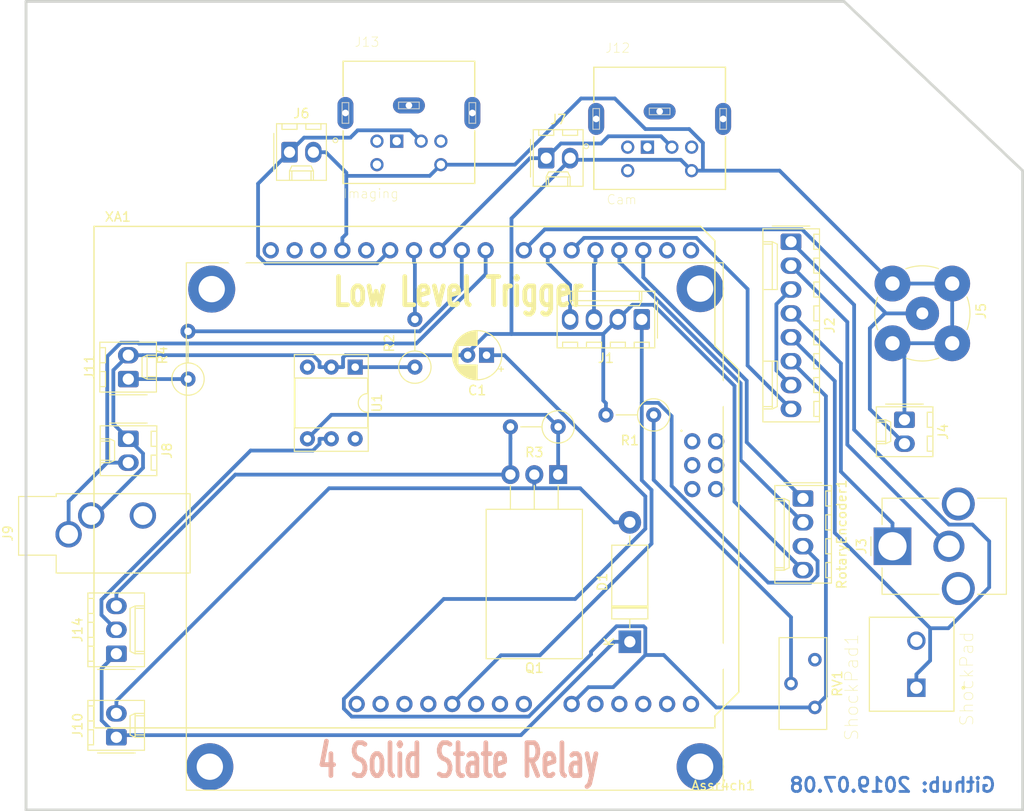
<source format=kicad_pcb>
(kicad_pcb (version 20171130) (host pcbnew 5.1.2-f72e74a~84~ubuntu18.04.1)

  (general
    (thickness 1.6)
    (drawings 6)
    (tracks 221)
    (zones 0)
    (modules 27)
    (nets 61)
  )

  (page A4)
  (title_block
    (title PCB)
    (date 2019-07-06)
    (rev 2019.07.06)
    (company "BhallaLab, NCBS Bangalore")
    (comment 1 "Dorababu/Dilawar Singh")
  )

  (layers
    (0 F.Cu jumper)
    (31 B.Cu signal)
    (32 B.Adhes user)
    (33 F.Adhes user)
    (34 B.Paste user)
    (35 F.Paste user)
    (36 B.SilkS user)
    (37 F.SilkS user)
    (38 B.Mask user)
    (39 F.Mask user)
    (40 Dwgs.User user)
    (41 Cmts.User user)
    (42 Eco1.User user)
    (43 Eco2.User user)
    (44 Edge.Cuts user)
    (45 Margin user)
    (46 B.CrtYd user)
    (47 F.CrtYd user)
    (48 B.Fab user)
    (49 F.Fab user)
  )

  (setup
    (last_trace_width 0.4)
    (user_trace_width 0.8)
    (user_trace_width 1)
    (user_trace_width 2)
    (trace_clearance 0.25)
    (zone_clearance 0.508)
    (zone_45_only no)
    (trace_min 0.2)
    (via_size 0.8)
    (via_drill 0.4)
    (via_min_size 0.4)
    (via_min_drill 0.3)
    (user_via 1.6 1.5)
    (uvia_size 0.3)
    (uvia_drill 0.1)
    (uvias_allowed no)
    (uvia_min_size 0.2)
    (uvia_min_drill 0.1)
    (edge_width 0.1)
    (segment_width 0.2)
    (pcb_text_width 0.3)
    (pcb_text_size 1.5 1.5)
    (mod_edge_width 0.15)
    (mod_text_size 1 1)
    (mod_text_width 0.15)
    (pad_size 1.524 1.524)
    (pad_drill 0.762)
    (pad_to_mask_clearance 0)
    (aux_axis_origin 0 0)
    (visible_elements FFFFFF7F)
    (pcbplotparams
      (layerselection 0x310ff_ffffffff)
      (usegerberextensions false)
      (usegerberattributes false)
      (usegerberadvancedattributes false)
      (creategerberjobfile true)
      (excludeedgelayer true)
      (linewidth 0.200000)
      (plotframeref false)
      (viasonmask false)
      (mode 1)
      (useauxorigin false)
      (hpglpennumber 1)
      (hpglpenspeed 20)
      (hpglpendiameter 15.000000)
      (psnegative false)
      (psa4output false)
      (plotreference true)
      (plotvalue true)
      (plotinvisibletext false)
      (padsonsilk false)
      (subtractmaskfromsilk false)
      (outputformat 1)
      (mirror false)
      (drillshape 0)
      (scaleselection 1)
      (outputdirectory "GERBER/"))
  )

  (net 0 "")
  (net 1 EX_12V)
  (net 2 5V)
  (net 3 PAD+)
  (net 4 PAD-)
  (net 5 OUT+)
  (net 6 OUT-)
  (net 7 AGND)
  (net 8 EX_5V)
  (net 9 "Net-(Q1-Pad1)")
  (net 10 "Net-(R2-Pad1)")
  (net 11 ShockRead)
  (net 12 ShockPWM)
  (net 13 ShockStimIsolator)
  (net 14 ImagingTrig)
  (net 15 CamTTL)
  (net 16 "Net-(R1-Pad1)")
  (net 17 Puff)
  (net 18 LED)
  (net 19 EncB)
  (net 20 EncA)
  (net 21 ShockRelayCh34)
  (net 22 ShockRelayCh12)
  (net 23 TONE+)
  (net 24 DGND)
  (net 25 "Net-(D1-Pad2)")
  (net 26 "Net-(J11-Pad1)")
  (net 27 "Net-(J12-Pad5)")
  (net 28 "Net-(J12-Pad4)")
  (net 29 "Net-(J12-Pad1)")
  (net 30 "Net-(J12-Pad3)")
  (net 31 "Net-(J13-Pad5)")
  (net 32 "Net-(J13-Pad4)")
  (net 33 "Net-(J13-Pad1)")
  (net 34 "Net-(J13-Pad3)")
  (net 35 "Net-(RV1-Pad3)")
  (net 36 "Net-(U1-Pad3)")
  (net 37 "Net-(U1-Pad6)")
  (net 38 "Net-(XA1-PadMISO)")
  (net 39 "Net-(XA1-PadA5)")
  (net 40 "Net-(XA1-PadA4)")
  (net 41 "Net-(XA1-PadA3)")
  (net 42 "Net-(XA1-PadA2)")
  (net 43 "Net-(XA1-PadA1)")
  (net 44 "Net-(XA1-PadD13)")
  (net 45 "Net-(XA1-PadAREF)")
  (net 46 "Net-(XA1-PadSDA)")
  (net 47 "Net-(XA1-PadSCL)")
  (net 48 "Net-(XA1-PadD1)")
  (net 49 "Net-(XA1-PadD0)")
  (net 50 "Net-(XA1-PadIORF)")
  (net 51 "Net-(XA1-PadRST1)")
  (net 52 "Net-(XA1-Pad3V3)")
  (net 53 "Net-(XA1-PadGND2)")
  (net 54 "Net-(XA1-PadGND3)")
  (net 55 "Net-(XA1-PadVIN)")
  (net 56 "Net-(XA1-Pad5V2)")
  (net 57 "Net-(XA1-PadSCK)")
  (net 58 "Net-(XA1-PadMOSI)")
  (net 59 "Net-(XA1-PadGND4)")
  (net 60 "Net-(XA1-PadRST2)")

  (net_class Default "This is the default net class."
    (clearance 0.25)
    (trace_width 0.4)
    (via_dia 0.8)
    (via_drill 0.4)
    (uvia_dia 0.3)
    (uvia_drill 0.1)
    (add_net 5V)
    (add_net AGND)
    (add_net CamTTL)
    (add_net DGND)
    (add_net EX_12V)
    (add_net EX_5V)
    (add_net EncA)
    (add_net EncB)
    (add_net ImagingTrig)
    (add_net LED)
    (add_net "Net-(D1-Pad2)")
    (add_net "Net-(J11-Pad1)")
    (add_net "Net-(J12-Pad1)")
    (add_net "Net-(J12-Pad3)")
    (add_net "Net-(J12-Pad4)")
    (add_net "Net-(J12-Pad5)")
    (add_net "Net-(J13-Pad1)")
    (add_net "Net-(J13-Pad3)")
    (add_net "Net-(J13-Pad4)")
    (add_net "Net-(J13-Pad5)")
    (add_net "Net-(Q1-Pad1)")
    (add_net "Net-(R1-Pad1)")
    (add_net "Net-(R2-Pad1)")
    (add_net "Net-(RV1-Pad3)")
    (add_net "Net-(U1-Pad3)")
    (add_net "Net-(U1-Pad6)")
    (add_net "Net-(XA1-Pad3V3)")
    (add_net "Net-(XA1-Pad5V2)")
    (add_net "Net-(XA1-PadA1)")
    (add_net "Net-(XA1-PadA2)")
    (add_net "Net-(XA1-PadA3)")
    (add_net "Net-(XA1-PadA4)")
    (add_net "Net-(XA1-PadA5)")
    (add_net "Net-(XA1-PadAREF)")
    (add_net "Net-(XA1-PadD0)")
    (add_net "Net-(XA1-PadD1)")
    (add_net "Net-(XA1-PadD13)")
    (add_net "Net-(XA1-PadGND2)")
    (add_net "Net-(XA1-PadGND3)")
    (add_net "Net-(XA1-PadGND4)")
    (add_net "Net-(XA1-PadIORF)")
    (add_net "Net-(XA1-PadMISO)")
    (add_net "Net-(XA1-PadMOSI)")
    (add_net "Net-(XA1-PadRST1)")
    (add_net "Net-(XA1-PadRST2)")
    (add_net "Net-(XA1-PadSCK)")
    (add_net "Net-(XA1-PadSCL)")
    (add_net "Net-(XA1-PadSDA)")
    (add_net "Net-(XA1-PadVIN)")
    (add_net OUT+)
    (add_net OUT-)
    (add_net PAD+)
    (add_net PAD-)
    (add_net Puff)
    (add_net ShockPWM)
    (add_net ShockRead)
    (add_net ShockRelayCh12)
    (add_net ShockRelayCh34)
    (add_net ShockStimIsolator)
    (add_net TONE+)
  )

  (module Connector_Molex:Molex_KK-254_AE-6410-02A_1x02_P2.54mm_Vertical (layer F.Cu) (tedit 5B78013E) (tstamp 5D243B89)
    (at 119.38 96.52 270)
    (descr "Molex KK-254 Interconnect System, old/engineering part number: AE-6410-02A example for new part number: 22-27-2021, 2 Pins (http://www.molex.com/pdm_docs/sd/022272021_sd.pdf), generated with kicad-footprint-generator")
    (tags "connector Molex KK-254 side entry")
    (path /5D23E125)
    (fp_text reference J8 (at 1.27 -4.12 90) (layer F.SilkS)
      (effects (font (size 1 1) (thickness 0.15)))
    )
    (fp_text value TONE (at 1.27 4.08 90) (layer F.Fab)
      (effects (font (size 1 1) (thickness 0.15)))
    )
    (fp_text user %R (at 1.27 -2.22 90) (layer F.Fab)
      (effects (font (size 1 1) (thickness 0.15)))
    )
    (fp_line (start 4.31 -3.42) (end -1.77 -3.42) (layer F.CrtYd) (width 0.05))
    (fp_line (start 4.31 3.38) (end 4.31 -3.42) (layer F.CrtYd) (width 0.05))
    (fp_line (start -1.77 3.38) (end 4.31 3.38) (layer F.CrtYd) (width 0.05))
    (fp_line (start -1.77 -3.42) (end -1.77 3.38) (layer F.CrtYd) (width 0.05))
    (fp_line (start 3.34 -2.43) (end 3.34 -3.03) (layer F.SilkS) (width 0.12))
    (fp_line (start 1.74 -2.43) (end 3.34 -2.43) (layer F.SilkS) (width 0.12))
    (fp_line (start 1.74 -3.03) (end 1.74 -2.43) (layer F.SilkS) (width 0.12))
    (fp_line (start 0.8 -2.43) (end 0.8 -3.03) (layer F.SilkS) (width 0.12))
    (fp_line (start -0.8 -2.43) (end 0.8 -2.43) (layer F.SilkS) (width 0.12))
    (fp_line (start -0.8 -3.03) (end -0.8 -2.43) (layer F.SilkS) (width 0.12))
    (fp_line (start 2.29 2.99) (end 2.29 1.99) (layer F.SilkS) (width 0.12))
    (fp_line (start 0.25 2.99) (end 0.25 1.99) (layer F.SilkS) (width 0.12))
    (fp_line (start 2.29 1.46) (end 2.54 1.99) (layer F.SilkS) (width 0.12))
    (fp_line (start 0.25 1.46) (end 2.29 1.46) (layer F.SilkS) (width 0.12))
    (fp_line (start 0 1.99) (end 0.25 1.46) (layer F.SilkS) (width 0.12))
    (fp_line (start 2.54 1.99) (end 2.54 2.99) (layer F.SilkS) (width 0.12))
    (fp_line (start 0 1.99) (end 2.54 1.99) (layer F.SilkS) (width 0.12))
    (fp_line (start 0 2.99) (end 0 1.99) (layer F.SilkS) (width 0.12))
    (fp_line (start -0.562893 0) (end -1.27 0.5) (layer F.Fab) (width 0.1))
    (fp_line (start -1.27 -0.5) (end -0.562893 0) (layer F.Fab) (width 0.1))
    (fp_line (start -1.67 -2) (end -1.67 2) (layer F.SilkS) (width 0.12))
    (fp_line (start 3.92 -3.03) (end -1.38 -3.03) (layer F.SilkS) (width 0.12))
    (fp_line (start 3.92 2.99) (end 3.92 -3.03) (layer F.SilkS) (width 0.12))
    (fp_line (start -1.38 2.99) (end 3.92 2.99) (layer F.SilkS) (width 0.12))
    (fp_line (start -1.38 -3.03) (end -1.38 2.99) (layer F.SilkS) (width 0.12))
    (fp_line (start 3.81 -2.92) (end -1.27 -2.92) (layer F.Fab) (width 0.1))
    (fp_line (start 3.81 2.88) (end 3.81 -2.92) (layer F.Fab) (width 0.1))
    (fp_line (start -1.27 2.88) (end 3.81 2.88) (layer F.Fab) (width 0.1))
    (fp_line (start -1.27 -2.92) (end -1.27 2.88) (layer F.Fab) (width 0.1))
    (pad 2 thru_hole oval (at 2.54 0 270) (size 1.74 2.2) (drill 1.2) (layers *.Cu *.Mask)
      (net 23 TONE+))
    (pad 1 thru_hole roundrect (at 0 0 270) (size 1.74 2.2) (drill 1.2) (layers *.Cu *.Mask) (roundrect_rratio 0.143678)
      (net 24 DGND))
    (model ${KISYS3DMOD}/Connector_Molex.3dshapes/Molex_KK-254_AE-6410-02A_1x02_P2.54mm_Vertical.wrl
      (at (xyz 0 0 0))
      (scale (xyz 1 1 1))
      (rotate (xyz 0 0 0))
    )
  )

  (module Resistor_THT:R_Axial_DIN0309_L9.0mm_D3.2mm_P5.08mm_Vertical (layer F.Cu) (tedit 5AE5139B) (tstamp 5D240139)
    (at 149.86 88.9 90)
    (descr "Resistor, Axial_DIN0309 series, Axial, Vertical, pin pitch=5.08mm, 0.5W = 1/2W, length*diameter=9*3.2mm^2, http://cdn-reichelt.de/documents/datenblatt/B400/1_4W%23YAG.pdf")
    (tags "Resistor Axial_DIN0309 series Axial Vertical pin pitch 5.08mm 0.5W = 1/2W length 9mm diameter 3.2mm")
    (path /5D221F97)
    (fp_text reference R2 (at 2.54 -2.72 90) (layer F.SilkS)
      (effects (font (size 1 1) (thickness 0.15)))
    )
    (fp_text value 470E (at 2.54 2.72 90) (layer F.Fab)
      (effects (font (size 1 1) (thickness 0.15)))
    )
    (fp_text user %R (at 2.54 -2.72 90) (layer F.Fab)
      (effects (font (size 1 1) (thickness 0.15)))
    )
    (fp_line (start 6.13 -1.85) (end -1.85 -1.85) (layer F.CrtYd) (width 0.05))
    (fp_line (start 6.13 1.85) (end 6.13 -1.85) (layer F.CrtYd) (width 0.05))
    (fp_line (start -1.85 1.85) (end 6.13 1.85) (layer F.CrtYd) (width 0.05))
    (fp_line (start -1.85 -1.85) (end -1.85 1.85) (layer F.CrtYd) (width 0.05))
    (fp_line (start 1.72 0) (end 3.98 0) (layer F.SilkS) (width 0.12))
    (fp_line (start 0 0) (end 5.08 0) (layer F.Fab) (width 0.1))
    (fp_circle (center 0 0) (end 1.72 0) (layer F.SilkS) (width 0.12))
    (fp_circle (center 0 0) (end 1.6 0) (layer F.Fab) (width 0.1))
    (pad 2 thru_hole oval (at 5.08 0 90) (size 1.6 1.6) (drill 0.8) (layers *.Cu *.Mask)
      (net 17 Puff))
    (pad 1 thru_hole circle (at 0 0 90) (size 1.6 1.6) (drill 0.8) (layers *.Cu *.Mask)
      (net 10 "Net-(R2-Pad1)"))
    (model ${KISYS3DMOD}/Resistor_THT.3dshapes/R_Axial_DIN0309_L9.0mm_D3.2mm_P5.08mm_Vertical.wrl
      (at (xyz 0 0 0))
      (scale (xyz 1 1 1))
      (rotate (xyz 0 0 0))
    )
  )

  (module Resistor_THT:R_Axial_DIN0309_L9.0mm_D3.2mm_P5.08mm_Vertical (layer F.Cu) (tedit 5AE5139B) (tstamp 5D23C81D)
    (at 125.73 90.17 90)
    (descr "Resistor, Axial_DIN0309 series, Axial, Vertical, pin pitch=5.08mm, 0.5W = 1/2W, length*diameter=9*3.2mm^2, http://cdn-reichelt.de/documents/datenblatt/B400/1_4W%23YAG.pdf")
    (tags "Resistor Axial_DIN0309 series Axial Vertical pin pitch 5.08mm 0.5W = 1/2W length 9mm diameter 3.2mm")
    (path /5D21C427)
    (fp_text reference R4 (at 2.54 -2.72 90) (layer F.SilkS)
      (effects (font (size 1 1) (thickness 0.15)))
    )
    (fp_text value 470E (at 2.54 2.72 90) (layer F.Fab)
      (effects (font (size 1 1) (thickness 0.15)))
    )
    (fp_text user %R (at 2.54 -2.72 90) (layer F.Fab)
      (effects (font (size 1 1) (thickness 0.15)))
    )
    (fp_line (start 6.13 -1.85) (end -1.85 -1.85) (layer F.CrtYd) (width 0.05))
    (fp_line (start 6.13 1.85) (end 6.13 -1.85) (layer F.CrtYd) (width 0.05))
    (fp_line (start -1.85 1.85) (end 6.13 1.85) (layer F.CrtYd) (width 0.05))
    (fp_line (start -1.85 -1.85) (end -1.85 1.85) (layer F.CrtYd) (width 0.05))
    (fp_line (start 1.72 0) (end 3.98 0) (layer F.SilkS) (width 0.12))
    (fp_line (start 0 0) (end 5.08 0) (layer F.Fab) (width 0.1))
    (fp_circle (center 0 0) (end 1.72 0) (layer F.SilkS) (width 0.12))
    (fp_circle (center 0 0) (end 1.6 0) (layer F.Fab) (width 0.1))
    (pad 2 thru_hole oval (at 5.08 0 90) (size 1.6 1.6) (drill 0.8) (layers *.Cu *.Mask)
      (net 18 LED))
    (pad 1 thru_hole circle (at 0 0 90) (size 1.6 1.6) (drill 0.8) (layers *.Cu *.Mask)
      (net 26 "Net-(J11-Pad1)"))
    (model ${KISYS3DMOD}/Resistor_THT.3dshapes/R_Axial_DIN0309_L9.0mm_D3.2mm_P5.08mm_Vertical.wrl
      (at (xyz 0 0 0))
      (scale (xyz 1 1 1))
      (rotate (xyz 0 0 0))
    )
  )

  (module Resistor_THT:R_Axial_DIN0309_L9.0mm_D3.2mm_P5.08mm_Vertical (layer F.Cu) (tedit 5AE5139B) (tstamp 5D24010F)
    (at 165.1 95.25 180)
    (descr "Resistor, Axial_DIN0309 series, Axial, Vertical, pin pitch=5.08mm, 0.5W = 1/2W, length*diameter=9*3.2mm^2, http://cdn-reichelt.de/documents/datenblatt/B400/1_4W%23YAG.pdf")
    (tags "Resistor Axial_DIN0309 series Axial Vertical pin pitch 5.08mm 0.5W = 1/2W length 9mm diameter 3.2mm")
    (path /5D222B56)
    (fp_text reference R3 (at 2.54 -2.72) (layer F.SilkS)
      (effects (font (size 1 1) (thickness 0.15)))
    )
    (fp_text value 10K (at 2.54 2.72) (layer F.Fab)
      (effects (font (size 1 1) (thickness 0.15)))
    )
    (fp_text user %R (at 2.54 -2.72) (layer F.Fab)
      (effects (font (size 1 1) (thickness 0.15)))
    )
    (fp_line (start 6.13 -1.85) (end -1.85 -1.85) (layer F.CrtYd) (width 0.05))
    (fp_line (start 6.13 1.85) (end 6.13 -1.85) (layer F.CrtYd) (width 0.05))
    (fp_line (start -1.85 1.85) (end 6.13 1.85) (layer F.CrtYd) (width 0.05))
    (fp_line (start -1.85 -1.85) (end -1.85 1.85) (layer F.CrtYd) (width 0.05))
    (fp_line (start 1.72 0) (end 3.98 0) (layer F.SilkS) (width 0.12))
    (fp_line (start 0 0) (end 5.08 0) (layer F.Fab) (width 0.1))
    (fp_circle (center 0 0) (end 1.72 0) (layer F.SilkS) (width 0.12))
    (fp_circle (center 0 0) (end 1.6 0) (layer F.Fab) (width 0.1))
    (pad 2 thru_hole oval (at 5.08 0 180) (size 1.6 1.6) (drill 0.8) (layers *.Cu *.Mask)
      (net 7 AGND))
    (pad 1 thru_hole circle (at 0 0 180) (size 1.6 1.6) (drill 0.8) (layers *.Cu *.Mask)
      (net 9 "Net-(Q1-Pad1)"))
    (model ${KISYS3DMOD}/Resistor_THT.3dshapes/R_Axial_DIN0309_L9.0mm_D3.2mm_P5.08mm_Vertical.wrl
      (at (xyz 0 0 0))
      (scale (xyz 1 1 1))
      (rotate (xyz 0 0 0))
    )
  )

  (module Resistor_THT:R_Axial_DIN0309_L9.0mm_D3.2mm_P5.08mm_Vertical (layer F.Cu) (tedit 5AE5139B) (tstamp 5D2400E5)
    (at 175.26 93.98 180)
    (descr "Resistor, Axial_DIN0309 series, Axial, Vertical, pin pitch=5.08mm, 0.5W = 1/2W, length*diameter=9*3.2mm^2, http://cdn-reichelt.de/documents/datenblatt/B400/1_4W%23YAG.pdf")
    (tags "Resistor Axial_DIN0309 series Axial Vertical pin pitch 5.08mm 0.5W = 1/2W length 9mm diameter 3.2mm")
    (path /5D261F4B)
    (fp_text reference R1 (at 2.54 -2.72) (layer F.SilkS)
      (effects (font (size 1 1) (thickness 0.15)))
    )
    (fp_text value 1K (at 2.54 2.72) (layer F.Fab)
      (effects (font (size 1 1) (thickness 0.15)))
    )
    (fp_text user %R (at 2.54 -2.72) (layer F.Fab)
      (effects (font (size 1 1) (thickness 0.15)))
    )
    (fp_line (start 6.13 -1.85) (end -1.85 -1.85) (layer F.CrtYd) (width 0.05))
    (fp_line (start 6.13 1.85) (end 6.13 -1.85) (layer F.CrtYd) (width 0.05))
    (fp_line (start -1.85 1.85) (end 6.13 1.85) (layer F.CrtYd) (width 0.05))
    (fp_line (start -1.85 -1.85) (end -1.85 1.85) (layer F.CrtYd) (width 0.05))
    (fp_line (start 1.72 0) (end 3.98 0) (layer F.SilkS) (width 0.12))
    (fp_line (start 0 0) (end 5.08 0) (layer F.Fab) (width 0.1))
    (fp_circle (center 0 0) (end 1.72 0) (layer F.SilkS) (width 0.12))
    (fp_circle (center 0 0) (end 1.6 0) (layer F.Fab) (width 0.1))
    (pad 2 thru_hole oval (at 5.08 0 180) (size 1.6 1.6) (drill 0.8) (layers *.Cu *.Mask)
      (net 24 DGND))
    (pad 1 thru_hole circle (at 0 0 180) (size 1.6 1.6) (drill 0.8) (layers *.Cu *.Mask)
      (net 16 "Net-(R1-Pad1)"))
    (model ${KISYS3DMOD}/Resistor_THT.3dshapes/R_Axial_DIN0309_L9.0mm_D3.2mm_P5.08mm_Vertical.wrl
      (at (xyz 0 0 0))
      (scale (xyz 1 1 1))
      (rotate (xyz 0 0 0))
    )
  )

  (module Connector_Audio:Jack_3.5mm_CUI_SJ1-3533NG_Horizontal_CircularHoles (layer F.Cu) (tedit 5BAD3514) (tstamp 5D234313)
    (at 113.03 106.68 90)
    (descr "TRS 3.5mm, horizontal, through-hole, , circular holeshttps://www.cui.com/product/resource/sj1-353xng.pdf")
    (tags "TRS audio jack stereo horizontal circular")
    (path /5D36E723)
    (fp_text reference J9 (at 0.1 -6.45 90) (layer F.SilkS)
      (effects (font (size 1 1) (thickness 0.15)))
    )
    (fp_text value TONE (at 0.1 14.05 90) (layer F.Fab)
      (effects (font (size 1 1) (thickness 0.15)))
    )
    (fp_text user %R (at 0.1 3.8 90) (layer F.Fab)
      (effects (font (size 1 1) (thickness 0.15)))
    )
    (fp_line (start 4.7 -5.7) (end -4.5 -5.7) (layer F.CrtYd) (width 0.05))
    (fp_line (start 4.7 13.3) (end 4.7 -5.7) (layer F.CrtYd) (width 0.05))
    (fp_line (start -4.5 13.3) (end 4.7 13.3) (layer F.CrtYd) (width 0.05))
    (fp_line (start -4.5 -5.7) (end -4.5 13.3) (layer F.CrtYd) (width 0.05))
    (fp_line (start -2.22 -1.32) (end -2.22 -5.32) (layer F.SilkS) (width 0.12))
    (fp_line (start -4.12 -1.32) (end -2.22 -1.32) (layer F.SilkS) (width 0.12))
    (fp_line (start -4.12 12.92) (end -4.12 -1.32) (layer F.SilkS) (width 0.12))
    (fp_line (start 4.32 12.92) (end -4.12 12.92) (layer F.SilkS) (width 0.12))
    (fp_line (start 4.32 -1.32) (end 4.32 12.92) (layer F.SilkS) (width 0.12))
    (fp_line (start 4.02 -1.32) (end 4.32 -1.32) (layer F.SilkS) (width 0.12))
    (fp_line (start 4.02 -5.32) (end 4.02 -1.32) (layer F.SilkS) (width 0.12))
    (fp_line (start -2.22 -5.32) (end 4.02 -5.32) (layer F.SilkS) (width 0.12))
    (fp_line (start -2.1 -1.2) (end -2.1 -5.2) (layer F.Fab) (width 0.1))
    (fp_line (start -4 -1.2) (end -2.1 -1.2) (layer F.Fab) (width 0.1))
    (fp_line (start -4 12.8) (end -4 -1.2) (layer F.Fab) (width 0.1))
    (fp_line (start 4.2 12.8) (end -4 12.8) (layer F.Fab) (width 0.1))
    (fp_line (start 4.2 -1.2) (end 4.2 12.8) (layer F.Fab) (width 0.1))
    (fp_line (start 3.9 -1.2) (end 4.2 -1.2) (layer F.Fab) (width 0.1))
    (fp_line (start 3.9 -5.2) (end 3.9 -1.2) (layer F.Fab) (width 0.1))
    (fp_line (start -2.1 -5.2) (end 3.9 -5.2) (layer F.Fab) (width 0.1))
    (pad R thru_hole circle (at 2 7.9 90) (size 2.8 2.8) (drill 2) (layers *.Cu *.Mask))
    (pad T thru_hole circle (at 2 2.4 90) (size 2.8 2.8) (drill 2) (layers *.Cu *.Mask)
      (net 24 DGND))
    (pad S thru_hole circle (at 0 0 90) (size 2.8 2.8) (drill 2) (layers *.Cu *.Mask)
      (net 23 TONE+))
    (model ${KISYS3DMOD}/Connector_Audio.3dshapes/Jack_3.5mm_CUI_SJ1-3533NG_Horizontal.wrl
      (at (xyz 0 0 0))
      (scale (xyz 1 1 1))
      (rotate (xyz 0 0 0))
    )
  )

  (module Connector_BarrelJack:BarrelJack_CUI_PJ-063AH_Horizontal_CircularHoles (layer F.Cu) (tedit 5B0886B5) (tstamp 5D22F4A0)
    (at 200.66 107.95 90)
    (descr "Barrel Jack, 2.0mm ID, 5.5mm OD, 24V, 8A, no switch, https://www.cui.com/product/resource/pj-063ah.pdf")
    (tags "barrel jack cui dc power")
    (path /5D26C0F3)
    (fp_text reference J3 (at 0 -3.3 90) (layer F.SilkS)
      (effects (font (size 1 1) (thickness 0.15)))
    )
    (fp_text value StimCurrentInject (at 0 13 90) (layer F.Fab)
      (effects (font (size 1 1) (thickness 0.15)))
    )
    (fp_text user %R (at 0 5.5 90) (layer F.Fab)
      (effects (font (size 1 1) (thickness 0.15)))
    )
    (fp_line (start 6.75 -2.5) (end -6.75 -2.5) (layer F.CrtYd) (width 0.05))
    (fp_line (start 6.75 12.5) (end 6.75 -2.5) (layer F.CrtYd) (width 0.05))
    (fp_line (start -6.75 12.5) (end 6.75 12.5) (layer F.CrtYd) (width 0.05))
    (fp_line (start -6.75 -2.5) (end -6.75 12.5) (layer F.CrtYd) (width 0.05))
    (fp_line (start -1 -2.3) (end 1 -2.3) (layer F.SilkS) (width 0.12))
    (fp_line (start -5.11 12.11) (end -5.11 9.05) (layer F.SilkS) (width 0.12))
    (fp_line (start 5.11 12.11) (end -5.11 12.11) (layer F.SilkS) (width 0.12))
    (fp_line (start 5.11 9.05) (end 5.11 12.11) (layer F.SilkS) (width 0.12))
    (fp_line (start 5.11 -1.11) (end 5.11 4.95) (layer F.SilkS) (width 0.12))
    (fp_line (start 2.3 -1.11) (end 5.11 -1.11) (layer F.SilkS) (width 0.12))
    (fp_line (start -5.11 -1.11) (end -2.3 -1.11) (layer F.SilkS) (width 0.12))
    (fp_line (start -5.11 4.95) (end -5.11 -1.11) (layer F.SilkS) (width 0.12))
    (fp_line (start -5 12) (end -5 -1) (layer F.Fab) (width 0.1))
    (fp_line (start 5 12) (end -5 12) (layer F.Fab) (width 0.1))
    (fp_line (start 5 -1) (end 5 12) (layer F.Fab) (width 0.1))
    (fp_line (start 1 -1) (end 5 -1) (layer F.Fab) (width 0.1))
    (fp_line (start 0 0) (end 1 -1) (layer F.Fab) (width 0.1))
    (fp_line (start -1 -1) (end 0 0) (layer F.Fab) (width 0.1))
    (fp_line (start -5 -1) (end -1 -1) (layer F.Fab) (width 0.1))
    (pad "" np_thru_hole circle (at 0 9 90) (size 1.6 1.6) (drill 1.6) (layers *.Cu *.Mask))
    (pad MP thru_hole circle (at 4.5 7 90) (size 3.5 3.5) (drill 2.5) (layers *.Cu *.Mask))
    (pad MP thru_hole circle (at -4.5 7 90) (size 3.5 3.5) (drill 2.5) (layers *.Cu *.Mask))
    (pad 2 thru_hole circle (at 0 6 90) (size 3.3 3.3) (drill 2.3) (layers *.Cu *.Mask)
      (net 6 OUT-))
    (pad 1 thru_hole rect (at 0 0 90) (size 4 4) (drill 3) (layers *.Cu *.Mask)
      (net 5 OUT+))
    (model ${KISYS3DMOD}/Connector_BarrelJack.3dshapes/BarrelJack_CUI_PJ-063AH_Horizontal_CircularHoles.wrl
      (at (xyz 0 0 0))
      (scale (xyz 1 1 1))
      (rotate (xyz 0 0 0))
    )
  )

  (module Potentiometer_THT:Potentiometer_Bourns_3296Y_Vertical (layer F.Cu) (tedit 5A3D4994) (tstamp 5D22F84E)
    (at 192.405 125.095 270)
    (descr "Potentiometer, vertical, Bourns 3296Y, https://www.bourns.com/pdfs/3296.pdf")
    (tags "Potentiometer vertical Bourns 3296Y")
    (path /5D22AE7D)
    (fp_text reference RV1 (at -2.54 -2.39 90) (layer F.SilkS)
      (effects (font (size 1 1) (thickness 0.15)))
    )
    (fp_text value R_POT_TRIM (at -2.54 4.94 90) (layer F.Fab)
      (effects (font (size 1 1) (thickness 0.15)))
    )
    (fp_text user %R (at -3.175 1.275 90) (layer F.Fab)
      (effects (font (size 1 1) (thickness 0.15)))
    )
    (fp_line (start 2.5 -1.4) (end -7.6 -1.4) (layer F.CrtYd) (width 0.05))
    (fp_line (start 2.5 3.95) (end 2.5 -1.4) (layer F.CrtYd) (width 0.05))
    (fp_line (start -7.6 3.95) (end 2.5 3.95) (layer F.CrtYd) (width 0.05))
    (fp_line (start -7.6 -1.4) (end -7.6 3.95) (layer F.CrtYd) (width 0.05))
    (fp_line (start 2.345 -1.26) (end 2.345 3.81) (layer F.SilkS) (width 0.12))
    (fp_line (start -7.425 -1.26) (end -7.425 3.81) (layer F.SilkS) (width 0.12))
    (fp_line (start -7.425 3.81) (end 2.345 3.81) (layer F.SilkS) (width 0.12))
    (fp_line (start -7.425 -1.26) (end 2.345 -1.26) (layer F.SilkS) (width 0.12))
    (fp_line (start 0.955 3.505) (end 0.956 1.336) (layer F.Fab) (width 0.1))
    (fp_line (start 0.955 3.505) (end 0.956 1.336) (layer F.Fab) (width 0.1))
    (fp_line (start 2.225 -1.14) (end -7.305 -1.14) (layer F.Fab) (width 0.1))
    (fp_line (start 2.225 3.69) (end 2.225 -1.14) (layer F.Fab) (width 0.1))
    (fp_line (start -7.305 3.69) (end 2.225 3.69) (layer F.Fab) (width 0.1))
    (fp_line (start -7.305 -1.14) (end -7.305 3.69) (layer F.Fab) (width 0.1))
    (fp_circle (center 0.955 2.42) (end 2.05 2.42) (layer F.Fab) (width 0.1))
    (pad 3 thru_hole circle (at -5.08 0 270) (size 1.44 1.44) (drill 0.8) (layers *.Cu *.Mask)
      (net 35 "Net-(RV1-Pad3)"))
    (pad 2 thru_hole circle (at -2.54 2.54 270) (size 1.44 1.44) (drill 0.8) (layers *.Cu *.Mask)
      (net 16 "Net-(R1-Pad1)"))
    (pad 1 thru_hole circle (at 0 0 270) (size 1.44 1.44) (drill 0.8) (layers *.Cu *.Mask)
      (net 11 ShockRead))
    (model ${KISYS3DMOD}/Potentiometer_THT.3dshapes/Potentiometer_Bourns_3296Y_Vertical.wrl
      (at (xyz 0 0 0))
      (scale (xyz 1 1 1))
      (rotate (xyz 0 0 0))
    )
  )

  (module BhallaLab:CUI_TB001-500-02BE (layer F.Cu) (tedit 5D21A9A0) (tstamp 5D22EDF8)
    (at 203.2 123 90)
    (path /5D3BD131)
    (fp_text reference ShockPad1 (at 0.056 -6.889 90) (layer F.SilkS)
      (effects (font (size 1.4 1.4) (thickness 0.05)))
    )
    (fp_text value ShockPad (at 0.945 5.361 90) (layer F.SilkS)
      (effects (font (size 1.4 1.4) (thickness 0.05)))
    )
    (fp_circle (center 0 5) (end 0.1 5) (layer Eco2.User) (width 0.2))
    (fp_circle (center 0 5) (end 0.1 5) (layer F.SilkS) (width 0.2))
    (fp_line (start 7.75 -5.25) (end 7.75 4.25) (layer Eco1.User) (width 0.05))
    (fp_line (start -2.75 4.25) (end -2.75 -5.25) (layer Eco1.User) (width 0.05))
    (fp_line (start 7.75 4.25) (end -2.75 4.25) (layer Eco1.User) (width 0.05))
    (fp_line (start -2.75 -5.25) (end 7.75 -5.25) (layer Eco1.User) (width 0.05))
    (fp_line (start 7.5 4) (end -2.5 4) (layer F.SilkS) (width 0.127))
    (fp_line (start -2.5 -5) (end 7.5 -5) (layer F.SilkS) (width 0.127))
    (fp_line (start 7.5 -5) (end 7.5 4) (layer F.SilkS) (width 0.127))
    (fp_line (start -2.5 4) (end -2.5 -5) (layer F.SilkS) (width 0.127))
    (fp_line (start 7.5 4) (end -2.5 4) (layer Eco2.User) (width 0.127))
    (fp_line (start 7.5 -5) (end 7.5 4) (layer Eco2.User) (width 0.127))
    (fp_line (start -2.5 -5) (end 7.5 -5) (layer Eco2.User) (width 0.127))
    (fp_line (start -2.5 4) (end -2.5 -5) (layer Eco2.User) (width 0.127))
    (pad 2 thru_hole circle (at 5 0 90) (size 1.95 1.95) (drill 1.3) (layers *.Cu *.Mask))
    (pad 1 thru_hole rect (at 0 0 90) (size 1.95 1.95) (drill 1.3) (layers *.Cu *.Mask)
      (net 4 PAD-))
    (model /home/dilawars/Work/GITHUB/BhallaLab/MouseBehaviour/CAD/EDA/3DModels/CUI_TB001-500-02BE.step
      (offset (xyz 20 5 0))
      (scale (xyz 1 1 1))
      (rotate (xyz -90 0 90))
    )
  )

  (module MD-60SM:CUI_MD-60SM (layer F.Cu) (tedit 5D218D82) (tstamp 5D22EEA8)
    (at 149.225 62.865)
    (path /5D22EBC4)
    (fp_text reference J13 (at -4.46391 -8.54247) (layer F.SilkS)
      (effects (font (size 1.00087 1.00087) (thickness 0.05)))
    )
    (fp_text value Imaging (at -4.03275 7.57955) (layer F.SilkS)
      (effects (font (size 1.00192 1.00192) (thickness 0.05)))
    )
    (fp_circle (center -7.82 1.91) (end -7.62 1.91) (layer Eco2.User) (width 0.1))
    (fp_line (start -7 6.5) (end -7 -6.5) (layer Eco2.User) (width 0.1524))
    (fp_line (start 7 6.5) (end -7 6.5) (layer Eco2.User) (width 0.1524))
    (fp_line (start 7 -6.5) (end 7 6.5) (layer Eco2.User) (width 0.1524))
    (fp_line (start 3.5 -6.5) (end 7 -6.5) (layer Eco2.User) (width 0.1524))
    (fp_line (start -3.5 -6.5) (end 3.5 -6.5) (layer Eco2.User) (width 0.1524))
    (fp_line (start -7 -6.5) (end -3.5 -6.5) (layer Eco2.User) (width 0.1524))
    (fp_line (start 3.5 -0.5) (end 3.5 -6.5) (layer Eco2.User) (width 0.1524))
    (fp_line (start -3.5 -0.5) (end 3.5 -0.5) (layer Eco2.User) (width 0.1524))
    (fp_line (start -3.5 -6.5) (end -3.5 -0.5) (layer Eco2.User) (width 0.1524))
    (fp_line (start -7.3 -2.8) (end -7.3 -6.75) (layer Eco1.User) (width 0.05))
    (fp_line (start -7.85 -2.8) (end -7.3 -2.8) (layer Eco1.User) (width 0.05))
    (fp_line (start -7.85 0.9) (end -7.85 -2.8) (layer Eco1.User) (width 0.05))
    (fp_line (start -7.3 0.9) (end -7.85 0.9) (layer Eco1.User) (width 0.05))
    (fp_line (start -7.3 6.75) (end -7.3 0.9) (layer Eco1.User) (width 0.05))
    (fp_line (start 7.3 6.75) (end -7.3 6.75) (layer Eco1.User) (width 0.05))
    (fp_line (start 7.3 0.9) (end 7.3 6.75) (layer Eco1.User) (width 0.05))
    (fp_line (start 7.85 0.9) (end 7.3 0.9) (layer Eco1.User) (width 0.05))
    (fp_line (start 7.85 -2.8) (end 7.85 0.9) (layer Eco1.User) (width 0.05))
    (fp_line (start 7.3 -2.8) (end 7.85 -2.8) (layer Eco1.User) (width 0.05))
    (fp_line (start 7.3 -6.75) (end 7.3 -2.8) (layer Eco1.User) (width 0.05))
    (fp_line (start -7.3 -6.75) (end 7.3 -6.75) (layer Eco1.User) (width 0.05))
    (fp_line (start 7 6.5) (end 7 0.9) (layer F.SilkS) (width 0.1524))
    (fp_line (start 7 -6.5) (end 7 -2.8) (layer F.SilkS) (width 0.1524))
    (fp_line (start -7.1 0.1) (end -7.1 -2.1) (layer Edge.Cuts) (width 0.1))
    (fp_line (start -6.4 0.1) (end -7.1 0.1) (layer Edge.Cuts) (width 0.1))
    (fp_line (start -6.4 -2.1) (end -6.4 0.1) (layer Edge.Cuts) (width 0.1))
    (fp_line (start -7.1 -2.1) (end -6.4 -2.1) (layer Edge.Cuts) (width 0.1))
    (fp_line (start 6.4 0.1) (end 6.4 -2.1) (layer Edge.Cuts) (width 0.1))
    (fp_line (start 7.1 0.1) (end 6.4 0.1) (layer Edge.Cuts) (width 0.1))
    (fp_line (start 7.1 -2.1) (end 7.1 0.1) (layer Edge.Cuts) (width 0.1))
    (fp_line (start 6.4 -2.1) (end 7.1 -2.1) (layer Edge.Cuts) (width 0.1))
    (fp_line (start -7 6.5) (end -7 0.9) (layer F.SilkS) (width 0.1524))
    (fp_line (start -7 -6.5) (end -7 -2.8) (layer F.SilkS) (width 0.1524))
    (fp_circle (center -7.82 1.91) (end -7.566 1.91) (layer F.SilkS) (width 0.1))
    (fp_text user PANEL~FRONT (at -1.0923 -5.88804) (layer Edge.Cuts)
      (effects (font (size 1 1) (thickness 0.05)))
    )
    (fp_line (start 1.4478 -5.61226) (end 1.4478 -6.42026) (layer Eco2.User) (width 0.1524))
    (fp_line (start -1.4478 -5.61226) (end 1.4478 -5.61226) (layer Eco2.User) (width 0.1524))
    (fp_line (start -1.4478 -6.42026) (end -1.4478 -5.61226) (layer Eco2.User) (width 0.1524))
    (fp_line (start -1.1 -2.15) (end 1.1 -2.15) (layer Edge.Cuts) (width 0.1))
    (fp_line (start -1.1 -1.45) (end -1.1 -2.15) (layer Edge.Cuts) (width 0.1))
    (fp_line (start 1.1 -1.45) (end -1.1 -1.45) (layer Edge.Cuts) (width 0.1))
    (fp_line (start 1.1 -2.15) (end 1.1 -1.45) (layer Edge.Cuts) (width 0.1))
    (fp_line (start 7 6.5) (end -7 6.5) (layer F.SilkS) (width 0.127))
    (fp_line (start -7 -6.5) (end 7 -6.5) (layer F.SilkS) (width 0.127))
    (pad S3 thru_hole oval (at 6.75 -1 90) (size 3.4 1.7) (drill 0.7) (layers *.Cu *.Mask))
    (pad S2 thru_hole oval (at -6.75 -1 90) (size 3.4 1.7) (drill 0.7) (layers *.Cu *.Mask))
    (pad 6 thru_hole circle (at 3.4 4.5) (size 1.408 1.408) (drill 0.9) (layers *.Cu *.Mask)
      (net 24 DGND))
    (pad 5 thru_hole circle (at -3.4 4.5) (size 1.408 1.408) (drill 0.9) (layers *.Cu *.Mask)
      (net 31 "Net-(J13-Pad5)"))
    (pad 4 thru_hole circle (at 3.4 2) (size 1.408 1.408) (drill 0.9) (layers *.Cu *.Mask)
      (net 32 "Net-(J13-Pad4)"))
    (pad 2 thru_hole circle (at 1.3 2) (size 1.408 1.408) (drill 0.9) (layers *.Cu *.Mask)
      (net 14 ImagingTrig))
    (pad 1 thru_hole rect (at -1.3 2) (size 1.408 1.408) (drill 0.9) (layers *.Cu *.Mask)
      (net 33 "Net-(J13-Pad1)"))
    (pad 3 thru_hole circle (at -3.4 2) (size 1.408 1.408) (drill 0.9) (layers *.Cu *.Mask)
      (net 34 "Net-(J13-Pad3)"))
    (pad S1 thru_hole oval (at 0 -1.8) (size 3.4 1.7) (drill 0.7) (layers *.Cu *.Mask))
    (model /home/dilawars/Work/GITHUB/BhallaLab/MouseBehaviour/CAD/EDA/3DModels/CUI_MD-60SM.step
      (offset (xyz 0 6.5 6.5))
      (scale (xyz 1 1 1))
      (rotate (xyz -90 0 -90))
    )
  )

  (module MD-60SM:CUI_MD-60SM (layer F.Cu) (tedit 5D218D82) (tstamp 5D22F75D)
    (at 175.895 63.5)
    (path /5D3F7145)
    (fp_text reference J12 (at -4.46391 -8.54247) (layer F.SilkS)
      (effects (font (size 1.00087 1.00087) (thickness 0.05)))
    )
    (fp_text value Cam (at -4.03275 7.57955) (layer F.SilkS)
      (effects (font (size 1.00192 1.00192) (thickness 0.05)))
    )
    (fp_circle (center -7.82 1.91) (end -7.62 1.91) (layer Eco2.User) (width 0.1))
    (fp_line (start -7 6.5) (end -7 -6.5) (layer Eco2.User) (width 0.1524))
    (fp_line (start 7 6.5) (end -7 6.5) (layer Eco2.User) (width 0.1524))
    (fp_line (start 7 -6.5) (end 7 6.5) (layer Eco2.User) (width 0.1524))
    (fp_line (start 3.5 -6.5) (end 7 -6.5) (layer Eco2.User) (width 0.1524))
    (fp_line (start -3.5 -6.5) (end 3.5 -6.5) (layer Eco2.User) (width 0.1524))
    (fp_line (start -7 -6.5) (end -3.5 -6.5) (layer Eco2.User) (width 0.1524))
    (fp_line (start 3.5 -0.5) (end 3.5 -6.5) (layer Eco2.User) (width 0.1524))
    (fp_line (start -3.5 -0.5) (end 3.5 -0.5) (layer Eco2.User) (width 0.1524))
    (fp_line (start -3.5 -6.5) (end -3.5 -0.5) (layer Eco2.User) (width 0.1524))
    (fp_line (start -7.3 -2.8) (end -7.3 -6.75) (layer Eco1.User) (width 0.05))
    (fp_line (start -7.85 -2.8) (end -7.3 -2.8) (layer Eco1.User) (width 0.05))
    (fp_line (start -7.85 0.9) (end -7.85 -2.8) (layer Eco1.User) (width 0.05))
    (fp_line (start -7.3 0.9) (end -7.85 0.9) (layer Eco1.User) (width 0.05))
    (fp_line (start -7.3 6.75) (end -7.3 0.9) (layer Eco1.User) (width 0.05))
    (fp_line (start 7.3 6.75) (end -7.3 6.75) (layer Eco1.User) (width 0.05))
    (fp_line (start 7.3 0.9) (end 7.3 6.75) (layer Eco1.User) (width 0.05))
    (fp_line (start 7.85 0.9) (end 7.3 0.9) (layer Eco1.User) (width 0.05))
    (fp_line (start 7.85 -2.8) (end 7.85 0.9) (layer Eco1.User) (width 0.05))
    (fp_line (start 7.3 -2.8) (end 7.85 -2.8) (layer Eco1.User) (width 0.05))
    (fp_line (start 7.3 -6.75) (end 7.3 -2.8) (layer Eco1.User) (width 0.05))
    (fp_line (start -7.3 -6.75) (end 7.3 -6.75) (layer Eco1.User) (width 0.05))
    (fp_line (start 7 6.5) (end 7 0.9) (layer F.SilkS) (width 0.1524))
    (fp_line (start 7 -6.5) (end 7 -2.8) (layer F.SilkS) (width 0.1524))
    (fp_line (start -7.1 0.1) (end -7.1 -2.1) (layer Edge.Cuts) (width 0.1))
    (fp_line (start -6.4 0.1) (end -7.1 0.1) (layer Edge.Cuts) (width 0.1))
    (fp_line (start -6.4 -2.1) (end -6.4 0.1) (layer Edge.Cuts) (width 0.1))
    (fp_line (start -7.1 -2.1) (end -6.4 -2.1) (layer Edge.Cuts) (width 0.1))
    (fp_line (start 6.4 0.1) (end 6.4 -2.1) (layer Edge.Cuts) (width 0.1))
    (fp_line (start 7.1 0.1) (end 6.4 0.1) (layer Edge.Cuts) (width 0.1))
    (fp_line (start 7.1 -2.1) (end 7.1 0.1) (layer Edge.Cuts) (width 0.1))
    (fp_line (start 6.4 -2.1) (end 7.1 -2.1) (layer Edge.Cuts) (width 0.1))
    (fp_line (start -7 6.5) (end -7 0.9) (layer F.SilkS) (width 0.1524))
    (fp_line (start -7 -6.5) (end -7 -2.8) (layer F.SilkS) (width 0.1524))
    (fp_circle (center -7.82 1.91) (end -7.566 1.91) (layer F.SilkS) (width 0.1))
    (fp_text user PANEL~FRONT (at -1.0923 -5.88804) (layer Edge.Cuts)
      (effects (font (size 1 1) (thickness 0.05)))
    )
    (fp_line (start 1.4478 -5.61226) (end 1.4478 -6.42026) (layer Eco2.User) (width 0.1524))
    (fp_line (start -1.4478 -5.61226) (end 1.4478 -5.61226) (layer Eco2.User) (width 0.1524))
    (fp_line (start -1.4478 -6.42026) (end -1.4478 -5.61226) (layer Eco2.User) (width 0.1524))
    (fp_line (start -1.1 -2.15) (end 1.1 -2.15) (layer Edge.Cuts) (width 0.1))
    (fp_line (start -1.1 -1.45) (end -1.1 -2.15) (layer Edge.Cuts) (width 0.1))
    (fp_line (start 1.1 -1.45) (end -1.1 -1.45) (layer Edge.Cuts) (width 0.1))
    (fp_line (start 1.1 -2.15) (end 1.1 -1.45) (layer Edge.Cuts) (width 0.1))
    (fp_line (start 7 6.5) (end -7 6.5) (layer F.SilkS) (width 0.127))
    (fp_line (start -7 -6.5) (end 7 -6.5) (layer F.SilkS) (width 0.127))
    (pad S3 thru_hole oval (at 6.75 -1 90) (size 3.4 1.7) (drill 0.7) (layers *.Cu *.Mask))
    (pad S2 thru_hole oval (at -6.75 -1 90) (size 3.4 1.7) (drill 0.7) (layers *.Cu *.Mask))
    (pad 6 thru_hole circle (at 3.4 4.5) (size 1.408 1.408) (drill 0.9) (layers *.Cu *.Mask)
      (net 24 DGND))
    (pad 5 thru_hole circle (at -3.4 4.5) (size 1.408 1.408) (drill 0.9) (layers *.Cu *.Mask)
      (net 27 "Net-(J12-Pad5)"))
    (pad 4 thru_hole circle (at 3.4 2) (size 1.408 1.408) (drill 0.9) (layers *.Cu *.Mask)
      (net 28 "Net-(J12-Pad4)"))
    (pad 2 thru_hole circle (at 1.3 2) (size 1.408 1.408) (drill 0.9) (layers *.Cu *.Mask)
      (net 15 CamTTL))
    (pad 1 thru_hole rect (at -1.3 2) (size 1.408 1.408) (drill 0.9) (layers *.Cu *.Mask)
      (net 29 "Net-(J12-Pad1)"))
    (pad 3 thru_hole circle (at -3.4 2) (size 1.408 1.408) (drill 0.9) (layers *.Cu *.Mask)
      (net 30 "Net-(J12-Pad3)"))
    (pad S1 thru_hole oval (at 0 -1.8) (size 3.4 1.7) (drill 0.7) (layers *.Cu *.Mask))
    (model /home/dilawars/Work/GITHUB/BhallaLab/MouseBehaviour/CAD/EDA/3DModels/CUI_MD-60SM.step
      (offset (xyz 0 6.5 6.5))
      (scale (xyz 1 1 1))
      (rotate (xyz -90 0 -90))
    )
  )

  (module Connector_Molex:Molex_KK-254_AE-6410-02A_1x02_P2.54mm_Vertical (layer F.Cu) (tedit 5B78013E) (tstamp 5D22F7F2)
    (at 201.93 94.5 270)
    (descr "Molex KK-254 Interconnect System, old/engineering part number: AE-6410-02A example for new part number: 22-27-2021, 2 Pins (http://www.molex.com/pdm_docs/sd/022272021_sd.pdf), generated with kicad-footprint-generator")
    (tags "connector Molex KK-254 side entry")
    (path /5D2BFB14)
    (fp_text reference J4 (at 1.27 -4.12 90) (layer F.SilkS)
      (effects (font (size 1 1) (thickness 0.15)))
    )
    (fp_text value StimIsoIN (at 1.27 4.08 90) (layer F.Fab)
      (effects (font (size 1 1) (thickness 0.15)))
    )
    (fp_text user %R (at 1.27 -2.22 90) (layer F.Fab)
      (effects (font (size 1 1) (thickness 0.15)))
    )
    (fp_line (start 4.31 -3.42) (end -1.77 -3.42) (layer F.CrtYd) (width 0.05))
    (fp_line (start 4.31 3.38) (end 4.31 -3.42) (layer F.CrtYd) (width 0.05))
    (fp_line (start -1.77 3.38) (end 4.31 3.38) (layer F.CrtYd) (width 0.05))
    (fp_line (start -1.77 -3.42) (end -1.77 3.38) (layer F.CrtYd) (width 0.05))
    (fp_line (start 3.34 -2.43) (end 3.34 -3.03) (layer F.SilkS) (width 0.12))
    (fp_line (start 1.74 -2.43) (end 3.34 -2.43) (layer F.SilkS) (width 0.12))
    (fp_line (start 1.74 -3.03) (end 1.74 -2.43) (layer F.SilkS) (width 0.12))
    (fp_line (start 0.8 -2.43) (end 0.8 -3.03) (layer F.SilkS) (width 0.12))
    (fp_line (start -0.8 -2.43) (end 0.8 -2.43) (layer F.SilkS) (width 0.12))
    (fp_line (start -0.8 -3.03) (end -0.8 -2.43) (layer F.SilkS) (width 0.12))
    (fp_line (start 2.29 2.99) (end 2.29 1.99) (layer F.SilkS) (width 0.12))
    (fp_line (start 0.25 2.99) (end 0.25 1.99) (layer F.SilkS) (width 0.12))
    (fp_line (start 2.29 1.46) (end 2.54 1.99) (layer F.SilkS) (width 0.12))
    (fp_line (start 0.25 1.46) (end 2.29 1.46) (layer F.SilkS) (width 0.12))
    (fp_line (start 0 1.99) (end 0.25 1.46) (layer F.SilkS) (width 0.12))
    (fp_line (start 2.54 1.99) (end 2.54 2.99) (layer F.SilkS) (width 0.12))
    (fp_line (start 0 1.99) (end 2.54 1.99) (layer F.SilkS) (width 0.12))
    (fp_line (start 0 2.99) (end 0 1.99) (layer F.SilkS) (width 0.12))
    (fp_line (start -0.562893 0) (end -1.27 0.5) (layer F.Fab) (width 0.1))
    (fp_line (start -1.27 -0.5) (end -0.562893 0) (layer F.Fab) (width 0.1))
    (fp_line (start -1.67 -2) (end -1.67 2) (layer F.SilkS) (width 0.12))
    (fp_line (start 3.92 -3.03) (end -1.38 -3.03) (layer F.SilkS) (width 0.12))
    (fp_line (start 3.92 2.99) (end 3.92 -3.03) (layer F.SilkS) (width 0.12))
    (fp_line (start -1.38 2.99) (end 3.92 2.99) (layer F.SilkS) (width 0.12))
    (fp_line (start -1.38 -3.03) (end -1.38 2.99) (layer F.SilkS) (width 0.12))
    (fp_line (start 3.81 -2.92) (end -1.27 -2.92) (layer F.Fab) (width 0.1))
    (fp_line (start 3.81 2.88) (end 3.81 -2.92) (layer F.Fab) (width 0.1))
    (fp_line (start -1.27 2.88) (end 3.81 2.88) (layer F.Fab) (width 0.1))
    (fp_line (start -1.27 -2.92) (end -1.27 2.88) (layer F.Fab) (width 0.1))
    (pad 2 thru_hole oval (at 2.54 0 270) (size 1.74 2.2) (drill 1.2) (layers *.Cu *.Mask)
      (net 13 ShockStimIsolator))
    (pad 1 thru_hole roundrect (at 0 0 270) (size 1.74 2.2) (drill 1.2) (layers *.Cu *.Mask) (roundrect_rratio 0.143678)
      (net 24 DGND))
    (model ${KISYS3DMOD}/Connector_Molex.3dshapes/Molex_KK-254_AE-6410-02A_1x02_P2.54mm_Vertical.wrl
      (at (xyz 0 0 0))
      (scale (xyz 1 1 1))
      (rotate (xyz 0 0 0))
    )
  )

  (module Connector_Molex:Molex_KK-254_AE-6410-04A_1x04_P2.54mm_Vertical (layer F.Cu) (tedit 5B78013E) (tstamp 5D243020)
    (at 173.99 83.82 180)
    (descr "Molex KK-254 Interconnect System, old/engineering part number: AE-6410-04A example for new part number: 22-27-2041, 4 Pins (http://www.molex.com/pdm_docs/sd/022272021_sd.pdf), generated with kicad-footprint-generator")
    (tags "connector Molex KK-254 side entry")
    (path /5D2916A0)
    (fp_text reference J1 (at 3.81 -4.12) (layer F.SilkS)
      (effects (font (size 1 1) (thickness 0.15)))
    )
    (fp_text value SSR_INPUT (at 3.81 4.08) (layer F.Fab)
      (effects (font (size 1 1) (thickness 0.15)))
    )
    (fp_text user %R (at 3.81 -2.22) (layer F.Fab)
      (effects (font (size 1 1) (thickness 0.15)))
    )
    (fp_line (start 9.39 -3.42) (end -1.77 -3.42) (layer F.CrtYd) (width 0.05))
    (fp_line (start 9.39 3.38) (end 9.39 -3.42) (layer F.CrtYd) (width 0.05))
    (fp_line (start -1.77 3.38) (end 9.39 3.38) (layer F.CrtYd) (width 0.05))
    (fp_line (start -1.77 -3.42) (end -1.77 3.38) (layer F.CrtYd) (width 0.05))
    (fp_line (start 8.42 -2.43) (end 8.42 -3.03) (layer F.SilkS) (width 0.12))
    (fp_line (start 6.82 -2.43) (end 8.42 -2.43) (layer F.SilkS) (width 0.12))
    (fp_line (start 6.82 -3.03) (end 6.82 -2.43) (layer F.SilkS) (width 0.12))
    (fp_line (start 5.88 -2.43) (end 5.88 -3.03) (layer F.SilkS) (width 0.12))
    (fp_line (start 4.28 -2.43) (end 5.88 -2.43) (layer F.SilkS) (width 0.12))
    (fp_line (start 4.28 -3.03) (end 4.28 -2.43) (layer F.SilkS) (width 0.12))
    (fp_line (start 3.34 -2.43) (end 3.34 -3.03) (layer F.SilkS) (width 0.12))
    (fp_line (start 1.74 -2.43) (end 3.34 -2.43) (layer F.SilkS) (width 0.12))
    (fp_line (start 1.74 -3.03) (end 1.74 -2.43) (layer F.SilkS) (width 0.12))
    (fp_line (start 0.8 -2.43) (end 0.8 -3.03) (layer F.SilkS) (width 0.12))
    (fp_line (start -0.8 -2.43) (end 0.8 -2.43) (layer F.SilkS) (width 0.12))
    (fp_line (start -0.8 -3.03) (end -0.8 -2.43) (layer F.SilkS) (width 0.12))
    (fp_line (start 7.37 2.99) (end 7.37 1.99) (layer F.SilkS) (width 0.12))
    (fp_line (start 0.25 2.99) (end 0.25 1.99) (layer F.SilkS) (width 0.12))
    (fp_line (start 7.37 1.46) (end 7.62 1.99) (layer F.SilkS) (width 0.12))
    (fp_line (start 0.25 1.46) (end 7.37 1.46) (layer F.SilkS) (width 0.12))
    (fp_line (start 0 1.99) (end 0.25 1.46) (layer F.SilkS) (width 0.12))
    (fp_line (start 7.62 1.99) (end 7.62 2.99) (layer F.SilkS) (width 0.12))
    (fp_line (start 0 1.99) (end 7.62 1.99) (layer F.SilkS) (width 0.12))
    (fp_line (start 0 2.99) (end 0 1.99) (layer F.SilkS) (width 0.12))
    (fp_line (start -0.562893 0) (end -1.27 0.5) (layer F.Fab) (width 0.1))
    (fp_line (start -1.27 -0.5) (end -0.562893 0) (layer F.Fab) (width 0.1))
    (fp_line (start -1.67 -2) (end -1.67 2) (layer F.SilkS) (width 0.12))
    (fp_line (start 9 -3.03) (end -1.38 -3.03) (layer F.SilkS) (width 0.12))
    (fp_line (start 9 2.99) (end 9 -3.03) (layer F.SilkS) (width 0.12))
    (fp_line (start -1.38 2.99) (end 9 2.99) (layer F.SilkS) (width 0.12))
    (fp_line (start -1.38 -3.03) (end -1.38 2.99) (layer F.SilkS) (width 0.12))
    (fp_line (start 8.89 -2.92) (end -1.27 -2.92) (layer F.Fab) (width 0.1))
    (fp_line (start 8.89 2.88) (end 8.89 -2.92) (layer F.Fab) (width 0.1))
    (fp_line (start -1.27 2.88) (end 8.89 2.88) (layer F.Fab) (width 0.1))
    (fp_line (start -1.27 -2.92) (end -1.27 2.88) (layer F.Fab) (width 0.1))
    (pad 4 thru_hole oval (at 7.62 0 180) (size 1.74 2.2) (drill 1.2) (layers *.Cu *.Mask)
      (net 21 ShockRelayCh34))
    (pad 3 thru_hole oval (at 5.08 0 180) (size 1.74 2.2) (drill 1.2) (layers *.Cu *.Mask)
      (net 22 ShockRelayCh12))
    (pad 2 thru_hole oval (at 2.54 0 180) (size 1.74 2.2) (drill 1.2) (layers *.Cu *.Mask)
      (net 24 DGND))
    (pad 1 thru_hole roundrect (at 0 0 180) (size 1.74 2.2) (drill 1.2) (layers *.Cu *.Mask) (roundrect_rratio 0.143678)
      (net 2 5V))
    (model ${KISYS3DMOD}/Connector_Molex.3dshapes/Molex_KK-254_AE-6410-04A_1x04_P2.54mm_Vertical.wrl
      (at (xyz 0 0 0))
      (scale (xyz 1 1 1))
      (rotate (xyz 0 0 0))
    )
  )

  (module Connector_Molex:Molex_KK-254_AE-6410-04A_1x04_P2.54mm_Vertical (layer F.Cu) (tedit 5B78013E) (tstamp 5D23D51C)
    (at 191.135 102.87 270)
    (descr "Molex KK-254 Interconnect System, old/engineering part number: AE-6410-04A example for new part number: 22-27-2041, 4 Pins (http://www.molex.com/pdm_docs/sd/022272021_sd.pdf), generated with kicad-footprint-generator")
    (tags "connector Molex KK-254 side entry")
    (path /5D3982F6)
    (fp_text reference RotaryEncoder1 (at 3.81 -4.12 90) (layer F.SilkS)
      (effects (font (size 1 1) (thickness 0.15)))
    )
    (fp_text value "Orange Optical RotaryEncoder" (at 3.81 4.08 90) (layer F.Fab)
      (effects (font (size 1 1) (thickness 0.15)))
    )
    (fp_text user %R (at 3.81 -2.22 90) (layer F.Fab)
      (effects (font (size 1 1) (thickness 0.15)))
    )
    (fp_line (start 9.39 -3.42) (end -1.77 -3.42) (layer F.CrtYd) (width 0.05))
    (fp_line (start 9.39 3.38) (end 9.39 -3.42) (layer F.CrtYd) (width 0.05))
    (fp_line (start -1.77 3.38) (end 9.39 3.38) (layer F.CrtYd) (width 0.05))
    (fp_line (start -1.77 -3.42) (end -1.77 3.38) (layer F.CrtYd) (width 0.05))
    (fp_line (start 8.42 -2.43) (end 8.42 -3.03) (layer F.SilkS) (width 0.12))
    (fp_line (start 6.82 -2.43) (end 8.42 -2.43) (layer F.SilkS) (width 0.12))
    (fp_line (start 6.82 -3.03) (end 6.82 -2.43) (layer F.SilkS) (width 0.12))
    (fp_line (start 5.88 -2.43) (end 5.88 -3.03) (layer F.SilkS) (width 0.12))
    (fp_line (start 4.28 -2.43) (end 5.88 -2.43) (layer F.SilkS) (width 0.12))
    (fp_line (start 4.28 -3.03) (end 4.28 -2.43) (layer F.SilkS) (width 0.12))
    (fp_line (start 3.34 -2.43) (end 3.34 -3.03) (layer F.SilkS) (width 0.12))
    (fp_line (start 1.74 -2.43) (end 3.34 -2.43) (layer F.SilkS) (width 0.12))
    (fp_line (start 1.74 -3.03) (end 1.74 -2.43) (layer F.SilkS) (width 0.12))
    (fp_line (start 0.8 -2.43) (end 0.8 -3.03) (layer F.SilkS) (width 0.12))
    (fp_line (start -0.8 -2.43) (end 0.8 -2.43) (layer F.SilkS) (width 0.12))
    (fp_line (start -0.8 -3.03) (end -0.8 -2.43) (layer F.SilkS) (width 0.12))
    (fp_line (start 7.37 2.99) (end 7.37 1.99) (layer F.SilkS) (width 0.12))
    (fp_line (start 0.25 2.99) (end 0.25 1.99) (layer F.SilkS) (width 0.12))
    (fp_line (start 7.37 1.46) (end 7.62 1.99) (layer F.SilkS) (width 0.12))
    (fp_line (start 0.25 1.46) (end 7.37 1.46) (layer F.SilkS) (width 0.12))
    (fp_line (start 0 1.99) (end 0.25 1.46) (layer F.SilkS) (width 0.12))
    (fp_line (start 7.62 1.99) (end 7.62 2.99) (layer F.SilkS) (width 0.12))
    (fp_line (start 0 1.99) (end 7.62 1.99) (layer F.SilkS) (width 0.12))
    (fp_line (start 0 2.99) (end 0 1.99) (layer F.SilkS) (width 0.12))
    (fp_line (start -0.562893 0) (end -1.27 0.5) (layer F.Fab) (width 0.1))
    (fp_line (start -1.27 -0.5) (end -0.562893 0) (layer F.Fab) (width 0.1))
    (fp_line (start -1.67 -2) (end -1.67 2) (layer F.SilkS) (width 0.12))
    (fp_line (start 9 -3.03) (end -1.38 -3.03) (layer F.SilkS) (width 0.12))
    (fp_line (start 9 2.99) (end 9 -3.03) (layer F.SilkS) (width 0.12))
    (fp_line (start -1.38 2.99) (end 9 2.99) (layer F.SilkS) (width 0.12))
    (fp_line (start -1.38 -3.03) (end -1.38 2.99) (layer F.SilkS) (width 0.12))
    (fp_line (start 8.89 -2.92) (end -1.27 -2.92) (layer F.Fab) (width 0.1))
    (fp_line (start 8.89 2.88) (end 8.89 -2.92) (layer F.Fab) (width 0.1))
    (fp_line (start -1.27 2.88) (end 8.89 2.88) (layer F.Fab) (width 0.1))
    (fp_line (start -1.27 -2.92) (end -1.27 2.88) (layer F.Fab) (width 0.1))
    (pad 4 thru_hole oval (at 7.62 0 270) (size 1.74 2.2) (drill 1.2) (layers *.Cu *.Mask)
      (net 24 DGND))
    (pad 3 thru_hole oval (at 5.08 0 270) (size 1.74 2.2) (drill 1.2) (layers *.Cu *.Mask)
      (net 2 5V))
    (pad 2 thru_hole oval (at 2.54 0 270) (size 1.74 2.2) (drill 1.2) (layers *.Cu *.Mask)
      (net 19 EncB))
    (pad 1 thru_hole roundrect (at 0 0 270) (size 1.74 2.2) (drill 1.2) (layers *.Cu *.Mask) (roundrect_rratio 0.143678)
      (net 20 EncA))
    (model ${KISYS3DMOD}/Connector_Molex.3dshapes/Molex_KK-254_AE-6410-04A_1x04_P2.54mm_Vertical.wrl
      (at (xyz 0 0 0))
      (scale (xyz 1 1 1))
      (rotate (xyz 0 0 0))
    )
  )

  (module SSR4Channel:4ChannelSSR (layer F.Cu) (tedit 5D1EF1F4) (tstamp 5D22EDCB)
    (at 154.5 107.5 180)
    (path /5D27A18F)
    (fp_text reference Assr4ch1 (at -28.15 -25.9) (layer F.SilkS)
      (effects (font (size 1 1) (thickness 0.15)))
    )
    (fp_text value PCB_SSR_4Ch_LLT (at -28.15 -26.9) (layer F.Fab)
      (effects (font (size 1 1) (thickness 0.15)))
    )
    (fp_text user "4 Solid State Relay" (at 0 -23.25 180) (layer B.SilkS)
      (effects (font (size 3.5 2) (thickness 0.5)))
    )
    (fp_text user "Low Level Trigger" (at 0 26.6) (layer F.SilkS)
      (effects (font (size 3 2) (thickness 0.5)))
    )
    (fp_line (start -28.15 29.7) (end -28.15 -26.4) (layer F.SilkS) (width 0.12))
    (fp_line (start 28.95 29.7) (end -28.15 29.7) (layer F.SilkS) (width 0.12))
    (fp_line (start 28.95 -26.4) (end 28.95 29.7) (layer F.SilkS) (width 0.12))
    (fp_line (start -28.15 -26.4) (end 28.95 -26.4) (layer F.SilkS) (width 0.12))
    (pad 1 thru_hole circle (at -25.7 -23.9 180) (size 5 5) (drill 2.8) (layers *.Cu *.Mask))
    (pad 1 thru_hole circle (at -25.7 26.95 180) (size 5 5) (drill 2.8) (layers *.Cu *.Mask))
    (pad 1 thru_hole circle (at 26.25 26.9 180) (size 5 5) (drill 2.8) (layers *.Cu *.Mask))
    (pad 1 thru_hole circle (at 26.45 -23.9 180) (size 5 5) (drill 2.8) (layers *.Cu *.Mask))
  )

  (module Arduino:Arduino_Uno_Shield (layer F.Cu) (tedit 5A8605EC) (tstamp 5D242979)
    (at 115.73 127.27)
    (descr https://store.arduino.cc/arduino-uno-rev3)
    (path /5D1FCEB8)
    (fp_text reference XA1 (at 2.54 -54.356) (layer F.SilkS)
      (effects (font (size 1 1) (thickness 0.15)))
    )
    (fp_text value Arduino_Uno_Shield (at 15.494 -54.356) (layer F.Fab)
      (effects (font (size 1 1) (thickness 0.15)))
    )
    (fp_line (start 0 -53.34) (end 64.516 -53.34) (layer F.SilkS) (width 0.15))
    (fp_line (start 0 0) (end 66.04 0) (layer F.SilkS) (width 0.15))
    (fp_line (start 64.516 -53.34) (end 66.04 -51.816) (layer F.SilkS) (width 0.15))
    (fp_line (start 66.04 0) (end 66.04 -1.27) (layer F.SilkS) (width 0.15))
    (fp_line (start 66.04 -1.27) (end 68.58 -3.81) (layer F.SilkS) (width 0.15))
    (fp_line (start 68.58 -3.81) (end 68.58 -38.1) (layer F.SilkS) (width 0.15))
    (fp_line (start 68.58 -38.1) (end 66.04 -40.64) (layer F.SilkS) (width 0.15))
    (fp_line (start 66.04 -40.64) (end 66.04 -51.816) (layer F.SilkS) (width 0.15))
    (fp_line (start 0 -53.34) (end 0 0) (layer F.SilkS) (width 0.15))
    (fp_line (start -1.905 -12.065) (end 11.43 -12.065) (layer B.CrtYd) (width 0.15))
    (fp_line (start -1.905 -12.065) (end -1.905 -3.175) (layer B.CrtYd) (width 0.15))
    (fp_line (start -1.905 -3.175) (end 11.43 -3.175) (layer B.CrtYd) (width 0.15))
    (fp_line (start 11.43 -12.065) (end 11.43 -3.175) (layer B.CrtYd) (width 0.15))
    (fp_text user . (at 62.484 -32.004) (layer F.SilkS)
      (effects (font (size 1 1) (thickness 0.15)))
    )
    (fp_line (start -6.35 -43.815) (end -6.35 -32.385) (layer B.CrtYd) (width 0.15))
    (fp_line (start 9.525 -43.815) (end 9.525 -32.385) (layer B.CrtYd) (width 0.15))
    (fp_line (start 9.525 -43.815) (end -6.35 -43.815) (layer B.CrtYd) (width 0.15))
    (fp_line (start 9.525 -32.385) (end -6.35 -32.385) (layer B.CrtYd) (width 0.15))
    (pad MISO thru_hole oval (at 63.627 -30.48) (size 1.7272 1.7272) (drill 1.016) (layers *.Cu *.Mask)
      (net 38 "Net-(XA1-PadMISO)"))
    (pad A5 thru_hole oval (at 63.5 -2.54) (size 1.7272 1.7272) (drill 1.016) (layers *.Cu *.Mask)
      (net 39 "Net-(XA1-PadA5)"))
    (pad A4 thru_hole oval (at 60.96 -2.54) (size 1.7272 1.7272) (drill 1.016) (layers *.Cu *.Mask)
      (net 40 "Net-(XA1-PadA4)"))
    (pad A3 thru_hole oval (at 58.42 -2.54) (size 1.7272 1.7272) (drill 1.016) (layers *.Cu *.Mask)
      (net 41 "Net-(XA1-PadA3)"))
    (pad A2 thru_hole oval (at 55.88 -2.54) (size 1.7272 1.7272) (drill 1.016) (layers *.Cu *.Mask)
      (net 42 "Net-(XA1-PadA2)"))
    (pad A1 thru_hole oval (at 53.34 -2.54) (size 1.7272 1.7272) (drill 1.016) (layers *.Cu *.Mask)
      (net 43 "Net-(XA1-PadA1)"))
    (pad "" thru_hole oval (at 27.94 -2.54) (size 1.7272 1.7272) (drill 1.016) (layers *.Cu *.Mask))
    (pad D11 thru_hole oval (at 34.036 -50.8) (size 1.7272 1.7272) (drill 1.016) (layers *.Cu *.Mask)
      (net 17 Puff))
    (pad D12 thru_hole oval (at 31.496 -50.8) (size 1.7272 1.7272) (drill 1.016) (layers *.Cu *.Mask)
      (net 14 ImagingTrig))
    (pad D13 thru_hole oval (at 28.956 -50.8) (size 1.7272 1.7272) (drill 1.016) (layers *.Cu *.Mask)
      (net 44 "Net-(XA1-PadD13)"))
    (pad AREF thru_hole oval (at 23.876 -50.8) (size 1.7272 1.7272) (drill 1.016) (layers *.Cu *.Mask)
      (net 45 "Net-(XA1-PadAREF)"))
    (pad SDA thru_hole oval (at 21.336 -50.8) (size 1.7272 1.7272) (drill 1.016) (layers *.Cu *.Mask)
      (net 46 "Net-(XA1-PadSDA)"))
    (pad SCL thru_hole oval (at 18.796 -50.8) (size 1.7272 1.7272) (drill 1.016) (layers *.Cu *.Mask)
      (net 47 "Net-(XA1-PadSCL)"))
    (pad "" np_thru_hole circle (at 13.97 -2.54) (size 3.2 3.2) (drill 3.2) (layers *.Cu *.Mask))
    (pad "" np_thru_hole circle (at 15.24 -50.8) (size 3.2 3.2) (drill 3.2) (layers *.Cu *.Mask))
    (pad "" np_thru_hole circle (at 66.04 -35.56) (size 3.2 3.2) (drill 3.2) (layers *.Cu *.Mask))
    (pad "" np_thru_hole circle (at 66.04 -7.62) (size 3.2 3.2) (drill 3.2) (layers *.Cu *.Mask))
    (pad D10 thru_hole oval (at 36.576 -50.8) (size 1.7272 1.7272) (drill 1.016) (layers *.Cu *.Mask)
      (net 15 CamTTL))
    (pad D9 thru_hole oval (at 39.116 -50.8) (size 1.7272 1.7272) (drill 1.016) (layers *.Cu *.Mask)
      (net 18 LED))
    (pad D8 thru_hole oval (at 41.656 -50.8) (size 1.7272 1.7272) (drill 1.016) (layers *.Cu *.Mask)
      (net 23 TONE+))
    (pad GND1 thru_hole oval (at 26.416 -50.8) (size 1.7272 1.7272) (drill 1.016) (layers *.Cu *.Mask)
      (net 24 DGND))
    (pad D7 thru_hole oval (at 45.72 -50.8) (size 1.7272 1.7272) (drill 1.016) (layers *.Cu *.Mask)
      (net 13 ShockStimIsolator))
    (pad D6 thru_hole oval (at 48.26 -50.8) (size 1.7272 1.7272) (drill 1.016) (layers *.Cu *.Mask)
      (net 21 ShockRelayCh34))
    (pad D5 thru_hole oval (at 50.8 -50.8) (size 1.7272 1.7272) (drill 1.016) (layers *.Cu *.Mask)
      (net 12 ShockPWM))
    (pad D4 thru_hole oval (at 53.34 -50.8) (size 1.7272 1.7272) (drill 1.016) (layers *.Cu *.Mask)
      (net 22 ShockRelayCh12))
    (pad D3 thru_hole oval (at 55.88 -50.8) (size 1.7272 1.7272) (drill 1.016) (layers *.Cu *.Mask)
      (net 19 EncB))
    (pad D2 thru_hole oval (at 58.42 -50.8) (size 1.7272 1.7272) (drill 1.016) (layers *.Cu *.Mask)
      (net 20 EncA))
    (pad D1 thru_hole oval (at 60.96 -50.8) (size 1.7272 1.7272) (drill 1.016) (layers *.Cu *.Mask)
      (net 48 "Net-(XA1-PadD1)"))
    (pad D0 thru_hole oval (at 63.5 -50.8) (size 1.7272 1.7272) (drill 1.016) (layers *.Cu *.Mask)
      (net 49 "Net-(XA1-PadD0)"))
    (pad IORF thru_hole oval (at 30.48 -2.54) (size 1.7272 1.7272) (drill 1.016) (layers *.Cu *.Mask)
      (net 50 "Net-(XA1-PadIORF)"))
    (pad RST1 thru_hole oval (at 33.02 -2.54) (size 1.7272 1.7272) (drill 1.016) (layers *.Cu *.Mask)
      (net 51 "Net-(XA1-PadRST1)"))
    (pad 3V3 thru_hole oval (at 35.56 -2.54) (size 1.7272 1.7272) (drill 1.016) (layers *.Cu *.Mask)
      (net 52 "Net-(XA1-Pad3V3)"))
    (pad 5V1 thru_hole oval (at 38.1 -2.54) (size 1.7272 1.7272) (drill 1.016) (layers *.Cu *.Mask)
      (net 2 5V))
    (pad GND2 thru_hole oval (at 40.64 -2.54) (size 1.7272 1.7272) (drill 1.016) (layers *.Cu *.Mask)
      (net 53 "Net-(XA1-PadGND2)"))
    (pad GND3 thru_hole oval (at 43.18 -2.54) (size 1.7272 1.7272) (drill 1.016) (layers *.Cu *.Mask)
      (net 54 "Net-(XA1-PadGND3)"))
    (pad VIN thru_hole oval (at 45.72 -2.54) (size 1.7272 1.7272) (drill 1.016) (layers *.Cu *.Mask)
      (net 55 "Net-(XA1-PadVIN)"))
    (pad A0 thru_hole oval (at 50.8 -2.54) (size 1.7272 1.7272) (drill 1.016) (layers *.Cu *.Mask)
      (net 11 ShockRead))
    (pad 5V2 thru_hole oval (at 66.167 -30.48) (size 1.7272 1.7272) (drill 1.016) (layers *.Cu *.Mask)
      (net 56 "Net-(XA1-Pad5V2)"))
    (pad SCK thru_hole oval (at 63.627 -27.94) (size 1.7272 1.7272) (drill 1.016) (layers *.Cu *.Mask)
      (net 57 "Net-(XA1-PadSCK)"))
    (pad MOSI thru_hole oval (at 66.167 -27.94) (size 1.7272 1.7272) (drill 1.016) (layers *.Cu *.Mask)
      (net 58 "Net-(XA1-PadMOSI)"))
    (pad GND4 thru_hole oval (at 66.167 -25.4) (size 1.7272 1.7272) (drill 1.016) (layers *.Cu *.Mask)
      (net 59 "Net-(XA1-PadGND4)"))
    (pad RST2 thru_hole oval (at 63.627 -25.4) (size 1.7272 1.7272) (drill 1.016) (layers *.Cu *.Mask)
      (net 60 "Net-(XA1-PadRST2)"))
  )

  (module Capacitor_THT:CP_Radial_D5.0mm_P2.00mm (layer F.Cu) (tedit 5AE50EF0) (tstamp 5D22EF9C)
    (at 157.48 87.63 180)
    (descr "CP, Radial series, Radial, pin pitch=2.00mm, , diameter=5mm, Electrolytic Capacitor")
    (tags "CP Radial series Radial pin pitch 2.00mm  diameter 5mm Electrolytic Capacitor")
    (path /5D263290)
    (fp_text reference C1 (at 1 -3.75) (layer F.SilkS)
      (effects (font (size 1 1) (thickness 0.15)))
    )
    (fp_text value 47nF (at 1 3.75) (layer F.Fab)
      (effects (font (size 1 1) (thickness 0.15)))
    )
    (fp_circle (center 1 0) (end 3.5 0) (layer F.Fab) (width 0.1))
    (fp_circle (center 1 0) (end 3.62 0) (layer F.SilkS) (width 0.12))
    (fp_circle (center 1 0) (end 3.75 0) (layer F.CrtYd) (width 0.05))
    (fp_line (start -1.133605 -1.0875) (end -0.633605 -1.0875) (layer F.Fab) (width 0.1))
    (fp_line (start -0.883605 -1.3375) (end -0.883605 -0.8375) (layer F.Fab) (width 0.1))
    (fp_line (start 1 1.04) (end 1 2.58) (layer F.SilkS) (width 0.12))
    (fp_line (start 1 -2.58) (end 1 -1.04) (layer F.SilkS) (width 0.12))
    (fp_line (start 1.04 1.04) (end 1.04 2.58) (layer F.SilkS) (width 0.12))
    (fp_line (start 1.04 -2.58) (end 1.04 -1.04) (layer F.SilkS) (width 0.12))
    (fp_line (start 1.08 -2.579) (end 1.08 -1.04) (layer F.SilkS) (width 0.12))
    (fp_line (start 1.08 1.04) (end 1.08 2.579) (layer F.SilkS) (width 0.12))
    (fp_line (start 1.12 -2.578) (end 1.12 -1.04) (layer F.SilkS) (width 0.12))
    (fp_line (start 1.12 1.04) (end 1.12 2.578) (layer F.SilkS) (width 0.12))
    (fp_line (start 1.16 -2.576) (end 1.16 -1.04) (layer F.SilkS) (width 0.12))
    (fp_line (start 1.16 1.04) (end 1.16 2.576) (layer F.SilkS) (width 0.12))
    (fp_line (start 1.2 -2.573) (end 1.2 -1.04) (layer F.SilkS) (width 0.12))
    (fp_line (start 1.2 1.04) (end 1.2 2.573) (layer F.SilkS) (width 0.12))
    (fp_line (start 1.24 -2.569) (end 1.24 -1.04) (layer F.SilkS) (width 0.12))
    (fp_line (start 1.24 1.04) (end 1.24 2.569) (layer F.SilkS) (width 0.12))
    (fp_line (start 1.28 -2.565) (end 1.28 -1.04) (layer F.SilkS) (width 0.12))
    (fp_line (start 1.28 1.04) (end 1.28 2.565) (layer F.SilkS) (width 0.12))
    (fp_line (start 1.32 -2.561) (end 1.32 -1.04) (layer F.SilkS) (width 0.12))
    (fp_line (start 1.32 1.04) (end 1.32 2.561) (layer F.SilkS) (width 0.12))
    (fp_line (start 1.36 -2.556) (end 1.36 -1.04) (layer F.SilkS) (width 0.12))
    (fp_line (start 1.36 1.04) (end 1.36 2.556) (layer F.SilkS) (width 0.12))
    (fp_line (start 1.4 -2.55) (end 1.4 -1.04) (layer F.SilkS) (width 0.12))
    (fp_line (start 1.4 1.04) (end 1.4 2.55) (layer F.SilkS) (width 0.12))
    (fp_line (start 1.44 -2.543) (end 1.44 -1.04) (layer F.SilkS) (width 0.12))
    (fp_line (start 1.44 1.04) (end 1.44 2.543) (layer F.SilkS) (width 0.12))
    (fp_line (start 1.48 -2.536) (end 1.48 -1.04) (layer F.SilkS) (width 0.12))
    (fp_line (start 1.48 1.04) (end 1.48 2.536) (layer F.SilkS) (width 0.12))
    (fp_line (start 1.52 -2.528) (end 1.52 -1.04) (layer F.SilkS) (width 0.12))
    (fp_line (start 1.52 1.04) (end 1.52 2.528) (layer F.SilkS) (width 0.12))
    (fp_line (start 1.56 -2.52) (end 1.56 -1.04) (layer F.SilkS) (width 0.12))
    (fp_line (start 1.56 1.04) (end 1.56 2.52) (layer F.SilkS) (width 0.12))
    (fp_line (start 1.6 -2.511) (end 1.6 -1.04) (layer F.SilkS) (width 0.12))
    (fp_line (start 1.6 1.04) (end 1.6 2.511) (layer F.SilkS) (width 0.12))
    (fp_line (start 1.64 -2.501) (end 1.64 -1.04) (layer F.SilkS) (width 0.12))
    (fp_line (start 1.64 1.04) (end 1.64 2.501) (layer F.SilkS) (width 0.12))
    (fp_line (start 1.68 -2.491) (end 1.68 -1.04) (layer F.SilkS) (width 0.12))
    (fp_line (start 1.68 1.04) (end 1.68 2.491) (layer F.SilkS) (width 0.12))
    (fp_line (start 1.721 -2.48) (end 1.721 -1.04) (layer F.SilkS) (width 0.12))
    (fp_line (start 1.721 1.04) (end 1.721 2.48) (layer F.SilkS) (width 0.12))
    (fp_line (start 1.761 -2.468) (end 1.761 -1.04) (layer F.SilkS) (width 0.12))
    (fp_line (start 1.761 1.04) (end 1.761 2.468) (layer F.SilkS) (width 0.12))
    (fp_line (start 1.801 -2.455) (end 1.801 -1.04) (layer F.SilkS) (width 0.12))
    (fp_line (start 1.801 1.04) (end 1.801 2.455) (layer F.SilkS) (width 0.12))
    (fp_line (start 1.841 -2.442) (end 1.841 -1.04) (layer F.SilkS) (width 0.12))
    (fp_line (start 1.841 1.04) (end 1.841 2.442) (layer F.SilkS) (width 0.12))
    (fp_line (start 1.881 -2.428) (end 1.881 -1.04) (layer F.SilkS) (width 0.12))
    (fp_line (start 1.881 1.04) (end 1.881 2.428) (layer F.SilkS) (width 0.12))
    (fp_line (start 1.921 -2.414) (end 1.921 -1.04) (layer F.SilkS) (width 0.12))
    (fp_line (start 1.921 1.04) (end 1.921 2.414) (layer F.SilkS) (width 0.12))
    (fp_line (start 1.961 -2.398) (end 1.961 -1.04) (layer F.SilkS) (width 0.12))
    (fp_line (start 1.961 1.04) (end 1.961 2.398) (layer F.SilkS) (width 0.12))
    (fp_line (start 2.001 -2.382) (end 2.001 -1.04) (layer F.SilkS) (width 0.12))
    (fp_line (start 2.001 1.04) (end 2.001 2.382) (layer F.SilkS) (width 0.12))
    (fp_line (start 2.041 -2.365) (end 2.041 -1.04) (layer F.SilkS) (width 0.12))
    (fp_line (start 2.041 1.04) (end 2.041 2.365) (layer F.SilkS) (width 0.12))
    (fp_line (start 2.081 -2.348) (end 2.081 -1.04) (layer F.SilkS) (width 0.12))
    (fp_line (start 2.081 1.04) (end 2.081 2.348) (layer F.SilkS) (width 0.12))
    (fp_line (start 2.121 -2.329) (end 2.121 -1.04) (layer F.SilkS) (width 0.12))
    (fp_line (start 2.121 1.04) (end 2.121 2.329) (layer F.SilkS) (width 0.12))
    (fp_line (start 2.161 -2.31) (end 2.161 -1.04) (layer F.SilkS) (width 0.12))
    (fp_line (start 2.161 1.04) (end 2.161 2.31) (layer F.SilkS) (width 0.12))
    (fp_line (start 2.201 -2.29) (end 2.201 -1.04) (layer F.SilkS) (width 0.12))
    (fp_line (start 2.201 1.04) (end 2.201 2.29) (layer F.SilkS) (width 0.12))
    (fp_line (start 2.241 -2.268) (end 2.241 -1.04) (layer F.SilkS) (width 0.12))
    (fp_line (start 2.241 1.04) (end 2.241 2.268) (layer F.SilkS) (width 0.12))
    (fp_line (start 2.281 -2.247) (end 2.281 -1.04) (layer F.SilkS) (width 0.12))
    (fp_line (start 2.281 1.04) (end 2.281 2.247) (layer F.SilkS) (width 0.12))
    (fp_line (start 2.321 -2.224) (end 2.321 -1.04) (layer F.SilkS) (width 0.12))
    (fp_line (start 2.321 1.04) (end 2.321 2.224) (layer F.SilkS) (width 0.12))
    (fp_line (start 2.361 -2.2) (end 2.361 -1.04) (layer F.SilkS) (width 0.12))
    (fp_line (start 2.361 1.04) (end 2.361 2.2) (layer F.SilkS) (width 0.12))
    (fp_line (start 2.401 -2.175) (end 2.401 -1.04) (layer F.SilkS) (width 0.12))
    (fp_line (start 2.401 1.04) (end 2.401 2.175) (layer F.SilkS) (width 0.12))
    (fp_line (start 2.441 -2.149) (end 2.441 -1.04) (layer F.SilkS) (width 0.12))
    (fp_line (start 2.441 1.04) (end 2.441 2.149) (layer F.SilkS) (width 0.12))
    (fp_line (start 2.481 -2.122) (end 2.481 -1.04) (layer F.SilkS) (width 0.12))
    (fp_line (start 2.481 1.04) (end 2.481 2.122) (layer F.SilkS) (width 0.12))
    (fp_line (start 2.521 -2.095) (end 2.521 -1.04) (layer F.SilkS) (width 0.12))
    (fp_line (start 2.521 1.04) (end 2.521 2.095) (layer F.SilkS) (width 0.12))
    (fp_line (start 2.561 -2.065) (end 2.561 -1.04) (layer F.SilkS) (width 0.12))
    (fp_line (start 2.561 1.04) (end 2.561 2.065) (layer F.SilkS) (width 0.12))
    (fp_line (start 2.601 -2.035) (end 2.601 -1.04) (layer F.SilkS) (width 0.12))
    (fp_line (start 2.601 1.04) (end 2.601 2.035) (layer F.SilkS) (width 0.12))
    (fp_line (start 2.641 -2.004) (end 2.641 -1.04) (layer F.SilkS) (width 0.12))
    (fp_line (start 2.641 1.04) (end 2.641 2.004) (layer F.SilkS) (width 0.12))
    (fp_line (start 2.681 -1.971) (end 2.681 -1.04) (layer F.SilkS) (width 0.12))
    (fp_line (start 2.681 1.04) (end 2.681 1.971) (layer F.SilkS) (width 0.12))
    (fp_line (start 2.721 -1.937) (end 2.721 -1.04) (layer F.SilkS) (width 0.12))
    (fp_line (start 2.721 1.04) (end 2.721 1.937) (layer F.SilkS) (width 0.12))
    (fp_line (start 2.761 -1.901) (end 2.761 -1.04) (layer F.SilkS) (width 0.12))
    (fp_line (start 2.761 1.04) (end 2.761 1.901) (layer F.SilkS) (width 0.12))
    (fp_line (start 2.801 -1.864) (end 2.801 -1.04) (layer F.SilkS) (width 0.12))
    (fp_line (start 2.801 1.04) (end 2.801 1.864) (layer F.SilkS) (width 0.12))
    (fp_line (start 2.841 -1.826) (end 2.841 -1.04) (layer F.SilkS) (width 0.12))
    (fp_line (start 2.841 1.04) (end 2.841 1.826) (layer F.SilkS) (width 0.12))
    (fp_line (start 2.881 -1.785) (end 2.881 -1.04) (layer F.SilkS) (width 0.12))
    (fp_line (start 2.881 1.04) (end 2.881 1.785) (layer F.SilkS) (width 0.12))
    (fp_line (start 2.921 -1.743) (end 2.921 -1.04) (layer F.SilkS) (width 0.12))
    (fp_line (start 2.921 1.04) (end 2.921 1.743) (layer F.SilkS) (width 0.12))
    (fp_line (start 2.961 -1.699) (end 2.961 -1.04) (layer F.SilkS) (width 0.12))
    (fp_line (start 2.961 1.04) (end 2.961 1.699) (layer F.SilkS) (width 0.12))
    (fp_line (start 3.001 -1.653) (end 3.001 -1.04) (layer F.SilkS) (width 0.12))
    (fp_line (start 3.001 1.04) (end 3.001 1.653) (layer F.SilkS) (width 0.12))
    (fp_line (start 3.041 -1.605) (end 3.041 1.605) (layer F.SilkS) (width 0.12))
    (fp_line (start 3.081 -1.554) (end 3.081 1.554) (layer F.SilkS) (width 0.12))
    (fp_line (start 3.121 -1.5) (end 3.121 1.5) (layer F.SilkS) (width 0.12))
    (fp_line (start 3.161 -1.443) (end 3.161 1.443) (layer F.SilkS) (width 0.12))
    (fp_line (start 3.201 -1.383) (end 3.201 1.383) (layer F.SilkS) (width 0.12))
    (fp_line (start 3.241 -1.319) (end 3.241 1.319) (layer F.SilkS) (width 0.12))
    (fp_line (start 3.281 -1.251) (end 3.281 1.251) (layer F.SilkS) (width 0.12))
    (fp_line (start 3.321 -1.178) (end 3.321 1.178) (layer F.SilkS) (width 0.12))
    (fp_line (start 3.361 -1.098) (end 3.361 1.098) (layer F.SilkS) (width 0.12))
    (fp_line (start 3.401 -1.011) (end 3.401 1.011) (layer F.SilkS) (width 0.12))
    (fp_line (start 3.441 -0.915) (end 3.441 0.915) (layer F.SilkS) (width 0.12))
    (fp_line (start 3.481 -0.805) (end 3.481 0.805) (layer F.SilkS) (width 0.12))
    (fp_line (start 3.521 -0.677) (end 3.521 0.677) (layer F.SilkS) (width 0.12))
    (fp_line (start 3.561 -0.518) (end 3.561 0.518) (layer F.SilkS) (width 0.12))
    (fp_line (start 3.601 -0.284) (end 3.601 0.284) (layer F.SilkS) (width 0.12))
    (fp_line (start -1.804775 -1.475) (end -1.304775 -1.475) (layer F.SilkS) (width 0.12))
    (fp_line (start -1.554775 -1.725) (end -1.554775 -1.225) (layer F.SilkS) (width 0.12))
    (fp_text user %R (at 1 0) (layer F.Fab)
      (effects (font (size 1 1) (thickness 0.15)))
    )
    (pad 1 thru_hole rect (at 0 0 180) (size 1.6 1.6) (drill 0.8) (layers *.Cu *.Mask)
      (net 11 ShockRead))
    (pad 2 thru_hole circle (at 2 0 180) (size 1.6 1.6) (drill 0.8) (layers *.Cu *.Mask)
      (net 24 DGND))
    (model ${KISYS3DMOD}/Capacitor_THT.3dshapes/CP_Radial_D5.0mm_P2.00mm.wrl
      (at (xyz 0 0 0))
      (scale (xyz 1 1 1))
      (rotate (xyz 0 0 0))
    )
  )

  (module Diode_THT:D_DO-15_P12.70mm_Horizontal (layer F.Cu) (tedit 5AE50CD5) (tstamp 5D24021A)
    (at 172.72 118.11 90)
    (descr "Diode, DO-15 series, Axial, Horizontal, pin pitch=12.7mm, , length*diameter=7.6*3.6mm^2, , http://www.diodes.com/_files/packages/DO-15.pdf")
    (tags "Diode DO-15 series Axial Horizontal pin pitch 12.7mm  length 7.6mm diameter 3.6mm")
    (path /5D22A71C)
    (fp_text reference D1 (at 6.35 -2.92 90) (layer F.SilkS)
      (effects (font (size 1 1) (thickness 0.15)))
    )
    (fp_text value DIODE (at 6.35 2.92 90) (layer F.Fab)
      (effects (font (size 1 1) (thickness 0.15)))
    )
    (fp_line (start 2.55 -1.8) (end 2.55 1.8) (layer F.Fab) (width 0.1))
    (fp_line (start 2.55 1.8) (end 10.15 1.8) (layer F.Fab) (width 0.1))
    (fp_line (start 10.15 1.8) (end 10.15 -1.8) (layer F.Fab) (width 0.1))
    (fp_line (start 10.15 -1.8) (end 2.55 -1.8) (layer F.Fab) (width 0.1))
    (fp_line (start 0 0) (end 2.55 0) (layer F.Fab) (width 0.1))
    (fp_line (start 12.7 0) (end 10.15 0) (layer F.Fab) (width 0.1))
    (fp_line (start 3.69 -1.8) (end 3.69 1.8) (layer F.Fab) (width 0.1))
    (fp_line (start 3.79 -1.8) (end 3.79 1.8) (layer F.Fab) (width 0.1))
    (fp_line (start 3.59 -1.8) (end 3.59 1.8) (layer F.Fab) (width 0.1))
    (fp_line (start 2.43 -1.92) (end 2.43 1.92) (layer F.SilkS) (width 0.12))
    (fp_line (start 2.43 1.92) (end 10.27 1.92) (layer F.SilkS) (width 0.12))
    (fp_line (start 10.27 1.92) (end 10.27 -1.92) (layer F.SilkS) (width 0.12))
    (fp_line (start 10.27 -1.92) (end 2.43 -1.92) (layer F.SilkS) (width 0.12))
    (fp_line (start 1.44 0) (end 2.43 0) (layer F.SilkS) (width 0.12))
    (fp_line (start 11.26 0) (end 10.27 0) (layer F.SilkS) (width 0.12))
    (fp_line (start 3.69 -1.92) (end 3.69 1.92) (layer F.SilkS) (width 0.12))
    (fp_line (start 3.81 -1.92) (end 3.81 1.92) (layer F.SilkS) (width 0.12))
    (fp_line (start 3.57 -1.92) (end 3.57 1.92) (layer F.SilkS) (width 0.12))
    (fp_line (start -1.45 -2.05) (end -1.45 2.05) (layer F.CrtYd) (width 0.05))
    (fp_line (start -1.45 2.05) (end 14.15 2.05) (layer F.CrtYd) (width 0.05))
    (fp_line (start 14.15 2.05) (end 14.15 -2.05) (layer F.CrtYd) (width 0.05))
    (fp_line (start 14.15 -2.05) (end -1.45 -2.05) (layer F.CrtYd) (width 0.05))
    (fp_text user %R (at 6.92 0 270) (layer F.Fab)
      (effects (font (size 1 1) (thickness 0.15)))
    )
    (fp_text user K (at 0 -2.2 90) (layer F.Fab)
      (effects (font (size 1 1) (thickness 0.15)))
    )
    (fp_text user K (at 0 -2.2 90) (layer F.SilkS)
      (effects (font (size 1 1) (thickness 0.15)))
    )
    (pad 1 thru_hole rect (at 0 0 90) (size 2.4 2.4) (drill 1.2) (layers *.Cu *.Mask)
      (net 1 EX_12V))
    (pad 2 thru_hole oval (at 12.7 0 90) (size 2.4 2.4) (drill 1.2) (layers *.Cu *.Mask)
      (net 25 "Net-(D1-Pad2)"))
    (model ${KISYS3DMOD}/Diode_THT.3dshapes/D_DO-15_P12.70mm_Horizontal.wrl
      (at (xyz 0 0 0))
      (scale (xyz 1 1 1))
      (rotate (xyz 0 0 0))
    )
  )

  (module Connector_Molex:Molex_KK-254_AE-6410-08A_1x08_P2.54mm_Vertical (layer F.Cu) (tedit 5B78013E) (tstamp 5D23C9FC)
    (at 189.865 75.565 270)
    (descr "Molex KK-254 Interconnect System, old/engineering part number: AE-6410-08A example for new part number: 22-27-2081, 8 Pins (http://www.molex.com/pdm_docs/sd/022272021_sd.pdf), generated with kicad-footprint-generator")
    (tags "connector Molex KK-254 side entry")
    (path /5D26665C)
    (fp_text reference J2 (at 8.89 -4.12 90) (layer F.SilkS)
      (effects (font (size 1 1) (thickness 0.15)))
    )
    (fp_text value "SSR OUT" (at 8.89 4.08 90) (layer F.Fab)
      (effects (font (size 1 1) (thickness 0.15)))
    )
    (fp_line (start -1.27 -2.92) (end -1.27 2.88) (layer F.Fab) (width 0.1))
    (fp_line (start -1.27 2.88) (end 19.05 2.88) (layer F.Fab) (width 0.1))
    (fp_line (start 19.05 2.88) (end 19.05 -2.92) (layer F.Fab) (width 0.1))
    (fp_line (start 19.05 -2.92) (end -1.27 -2.92) (layer F.Fab) (width 0.1))
    (fp_line (start -1.38 -3.03) (end -1.38 2.99) (layer F.SilkS) (width 0.12))
    (fp_line (start -1.38 2.99) (end 19.16 2.99) (layer F.SilkS) (width 0.12))
    (fp_line (start 19.16 2.99) (end 19.16 -3.03) (layer F.SilkS) (width 0.12))
    (fp_line (start 19.16 -3.03) (end -1.38 -3.03) (layer F.SilkS) (width 0.12))
    (fp_line (start -1.67 -2) (end -1.67 2) (layer F.SilkS) (width 0.12))
    (fp_line (start -1.27 -0.5) (end -0.562893 0) (layer F.Fab) (width 0.1))
    (fp_line (start -0.562893 0) (end -1.27 0.5) (layer F.Fab) (width 0.1))
    (fp_line (start 0 2.99) (end 0 1.99) (layer F.SilkS) (width 0.12))
    (fp_line (start 0 1.99) (end 5.08 1.99) (layer F.SilkS) (width 0.12))
    (fp_line (start 5.08 1.99) (end 5.08 2.99) (layer F.SilkS) (width 0.12))
    (fp_line (start 0 1.99) (end 0.25 1.46) (layer F.SilkS) (width 0.12))
    (fp_line (start 0.25 1.46) (end 5.08 1.46) (layer F.SilkS) (width 0.12))
    (fp_line (start 5.08 1.46) (end 5.08 1.99) (layer F.SilkS) (width 0.12))
    (fp_line (start 0.25 2.99) (end 0.25 1.99) (layer F.SilkS) (width 0.12))
    (fp_line (start 17.78 2.99) (end 17.78 1.99) (layer F.SilkS) (width 0.12))
    (fp_line (start 17.78 1.99) (end 12.7 1.99) (layer F.SilkS) (width 0.12))
    (fp_line (start 12.7 1.99) (end 12.7 2.99) (layer F.SilkS) (width 0.12))
    (fp_line (start 17.78 1.99) (end 17.53 1.46) (layer F.SilkS) (width 0.12))
    (fp_line (start 17.53 1.46) (end 12.7 1.46) (layer F.SilkS) (width 0.12))
    (fp_line (start 12.7 1.46) (end 12.7 1.99) (layer F.SilkS) (width 0.12))
    (fp_line (start 17.53 2.99) (end 17.53 1.99) (layer F.SilkS) (width 0.12))
    (fp_line (start -0.8 -3.03) (end -0.8 -2.43) (layer F.SilkS) (width 0.12))
    (fp_line (start -0.8 -2.43) (end 0.8 -2.43) (layer F.SilkS) (width 0.12))
    (fp_line (start 0.8 -2.43) (end 0.8 -3.03) (layer F.SilkS) (width 0.12))
    (fp_line (start 1.74 -3.03) (end 1.74 -2.43) (layer F.SilkS) (width 0.12))
    (fp_line (start 1.74 -2.43) (end 3.34 -2.43) (layer F.SilkS) (width 0.12))
    (fp_line (start 3.34 -2.43) (end 3.34 -3.03) (layer F.SilkS) (width 0.12))
    (fp_line (start 4.28 -3.03) (end 4.28 -2.43) (layer F.SilkS) (width 0.12))
    (fp_line (start 4.28 -2.43) (end 5.88 -2.43) (layer F.SilkS) (width 0.12))
    (fp_line (start 5.88 -2.43) (end 5.88 -3.03) (layer F.SilkS) (width 0.12))
    (fp_line (start 6.82 -3.03) (end 6.82 -2.43) (layer F.SilkS) (width 0.12))
    (fp_line (start 6.82 -2.43) (end 8.42 -2.43) (layer F.SilkS) (width 0.12))
    (fp_line (start 8.42 -2.43) (end 8.42 -3.03) (layer F.SilkS) (width 0.12))
    (fp_line (start 9.36 -3.03) (end 9.36 -2.43) (layer F.SilkS) (width 0.12))
    (fp_line (start 9.36 -2.43) (end 10.96 -2.43) (layer F.SilkS) (width 0.12))
    (fp_line (start 10.96 -2.43) (end 10.96 -3.03) (layer F.SilkS) (width 0.12))
    (fp_line (start 11.9 -3.03) (end 11.9 -2.43) (layer F.SilkS) (width 0.12))
    (fp_line (start 11.9 -2.43) (end 13.5 -2.43) (layer F.SilkS) (width 0.12))
    (fp_line (start 13.5 -2.43) (end 13.5 -3.03) (layer F.SilkS) (width 0.12))
    (fp_line (start 14.44 -3.03) (end 14.44 -2.43) (layer F.SilkS) (width 0.12))
    (fp_line (start 14.44 -2.43) (end 16.04 -2.43) (layer F.SilkS) (width 0.12))
    (fp_line (start 16.04 -2.43) (end 16.04 -3.03) (layer F.SilkS) (width 0.12))
    (fp_line (start 16.98 -3.03) (end 16.98 -2.43) (layer F.SilkS) (width 0.12))
    (fp_line (start 16.98 -2.43) (end 18.58 -2.43) (layer F.SilkS) (width 0.12))
    (fp_line (start 18.58 -2.43) (end 18.58 -3.03) (layer F.SilkS) (width 0.12))
    (fp_line (start -1.77 -3.42) (end -1.77 3.38) (layer F.CrtYd) (width 0.05))
    (fp_line (start -1.77 3.38) (end 19.55 3.38) (layer F.CrtYd) (width 0.05))
    (fp_line (start 19.55 3.38) (end 19.55 -3.42) (layer F.CrtYd) (width 0.05))
    (fp_line (start 19.55 -3.42) (end -1.77 -3.42) (layer F.CrtYd) (width 0.05))
    (fp_text user %R (at -15.24 -11.43 90) (layer F.Fab)
      (effects (font (size 1 1) (thickness 0.15)))
    )
    (pad 1 thru_hole roundrect (at 0 0 270) (size 1.74 2.2) (drill 1.2) (layers *.Cu *.Mask) (roundrect_rratio 0.143678)
      (net 4 PAD-))
    (pad 2 thru_hole oval (at 2.54 0 270) (size 1.74 2.2) (drill 1.2) (layers *.Cu *.Mask)
      (net 6 OUT-))
    (pad 3 thru_hole oval (at 5.08 0 270) (size 1.74 2.2) (drill 1.2) (layers *.Cu *.Mask)
      (net 3 PAD+))
    (pad 4 thru_hole oval (at 7.62 0 270) (size 1.74 2.2) (drill 1.2) (layers *.Cu *.Mask)
      (net 5 OUT+))
    (pad 5 thru_hole oval (at 10.16 0 270) (size 1.74 2.2) (drill 1.2) (layers *.Cu *.Mask)
      (net 4 PAD-))
    (pad 6 thru_hole oval (at 12.7 0 270) (size 1.74 2.2) (drill 1.2) (layers *.Cu *.Mask)
      (net 11 ShockRead))
    (pad 7 thru_hole oval (at 15.24 0 270) (size 1.74 2.2) (drill 1.2) (layers *.Cu *.Mask)
      (net 3 PAD+))
    (pad 8 thru_hole oval (at 17.78 0 270) (size 1.74 2.2) (drill 1.2) (layers *.Cu *.Mask)
      (net 12 ShockPWM))
    (model ${KISYS3DMOD}/Connector_Molex.3dshapes/Molex_KK-254_AE-6410-08A_1x08_P2.54mm_Vertical.wrl
      (at (xyz 0 0 0))
      (scale (xyz 1 1 1))
      (rotate (xyz 0 0 0))
    )
  )

  (module Connector_Molex:Molex_KK-254_AE-6410-02A_1x02_P2.54mm_Vertical (layer F.Cu) (tedit 5B78013E) (tstamp 5D2365A6)
    (at 136.525 66.04)
    (descr "Molex KK-254 Interconnect System, old/engineering part number: AE-6410-02A example for new part number: 22-27-2021, 2 Pins (http://www.molex.com/pdm_docs/sd/022272021_sd.pdf), generated with kicad-footprint-generator")
    (tags "connector Molex KK-254 side entry")
    (path /5D25B035)
    (fp_text reference J6 (at 1.27 -4.12) (layer F.SilkS)
      (effects (font (size 1 1) (thickness 0.15)))
    )
    (fp_text value Imaging (at 1.27 4.08) (layer F.Fab)
      (effects (font (size 1 1) (thickness 0.15)))
    )
    (fp_line (start -1.27 -2.92) (end -1.27 2.88) (layer F.Fab) (width 0.1))
    (fp_line (start -1.27 2.88) (end 3.81 2.88) (layer F.Fab) (width 0.1))
    (fp_line (start 3.81 2.88) (end 3.81 -2.92) (layer F.Fab) (width 0.1))
    (fp_line (start 3.81 -2.92) (end -1.27 -2.92) (layer F.Fab) (width 0.1))
    (fp_line (start -1.38 -3.03) (end -1.38 2.99) (layer F.SilkS) (width 0.12))
    (fp_line (start -1.38 2.99) (end 3.92 2.99) (layer F.SilkS) (width 0.12))
    (fp_line (start 3.92 2.99) (end 3.92 -3.03) (layer F.SilkS) (width 0.12))
    (fp_line (start 3.92 -3.03) (end -1.38 -3.03) (layer F.SilkS) (width 0.12))
    (fp_line (start -1.67 -2) (end -1.67 2) (layer F.SilkS) (width 0.12))
    (fp_line (start -1.27 -0.5) (end -0.562893 0) (layer F.Fab) (width 0.1))
    (fp_line (start -0.562893 0) (end -1.27 0.5) (layer F.Fab) (width 0.1))
    (fp_line (start 0 2.99) (end 0 1.99) (layer F.SilkS) (width 0.12))
    (fp_line (start 0 1.99) (end 2.54 1.99) (layer F.SilkS) (width 0.12))
    (fp_line (start 2.54 1.99) (end 2.54 2.99) (layer F.SilkS) (width 0.12))
    (fp_line (start 0 1.99) (end 0.25 1.46) (layer F.SilkS) (width 0.12))
    (fp_line (start 0.25 1.46) (end 2.29 1.46) (layer F.SilkS) (width 0.12))
    (fp_line (start 2.29 1.46) (end 2.54 1.99) (layer F.SilkS) (width 0.12))
    (fp_line (start 0.25 2.99) (end 0.25 1.99) (layer F.SilkS) (width 0.12))
    (fp_line (start 2.29 2.99) (end 2.29 1.99) (layer F.SilkS) (width 0.12))
    (fp_line (start -0.8 -3.03) (end -0.8 -2.43) (layer F.SilkS) (width 0.12))
    (fp_line (start -0.8 -2.43) (end 0.8 -2.43) (layer F.SilkS) (width 0.12))
    (fp_line (start 0.8 -2.43) (end 0.8 -3.03) (layer F.SilkS) (width 0.12))
    (fp_line (start 1.74 -3.03) (end 1.74 -2.43) (layer F.SilkS) (width 0.12))
    (fp_line (start 1.74 -2.43) (end 3.34 -2.43) (layer F.SilkS) (width 0.12))
    (fp_line (start 3.34 -2.43) (end 3.34 -3.03) (layer F.SilkS) (width 0.12))
    (fp_line (start -1.77 -3.42) (end -1.77 3.38) (layer F.CrtYd) (width 0.05))
    (fp_line (start -1.77 3.38) (end 4.31 3.38) (layer F.CrtYd) (width 0.05))
    (fp_line (start 4.31 3.38) (end 4.31 -3.42) (layer F.CrtYd) (width 0.05))
    (fp_line (start 4.31 -3.42) (end -1.77 -3.42) (layer F.CrtYd) (width 0.05))
    (fp_text user %R (at 1.27 -2.22) (layer F.Fab)
      (effects (font (size 1 1) (thickness 0.15)))
    )
    (pad 1 thru_hole roundrect (at 0 0) (size 1.74 2.2) (drill 1.2) (layers *.Cu *.Mask) (roundrect_rratio 0.143678)
      (net 14 ImagingTrig))
    (pad 2 thru_hole oval (at 2.54 0) (size 1.74 2.2) (drill 1.2) (layers *.Cu *.Mask)
      (net 24 DGND))
    (model ${KISYS3DMOD}/Connector_Molex.3dshapes/Molex_KK-254_AE-6410-02A_1x02_P2.54mm_Vertical.wrl
      (at (xyz 0 0 0))
      (scale (xyz 1 1 1))
      (rotate (xyz 0 0 0))
    )
  )

  (module Connector_Molex:Molex_KK-254_AE-6410-02A_1x02_P2.54mm_Vertical (layer F.Cu) (tedit 5B78013E) (tstamp 5D22F5D9)
    (at 163.83 66.675)
    (descr "Molex KK-254 Interconnect System, old/engineering part number: AE-6410-02A example for new part number: 22-27-2021, 2 Pins (http://www.molex.com/pdm_docs/sd/022272021_sd.pdf), generated with kicad-footprint-generator")
    (tags "connector Molex KK-254 side entry")
    (path /5D25BBED)
    (fp_text reference J7 (at 1.27 -4.12) (layer F.SilkS)
      (effects (font (size 1 1) (thickness 0.15)))
    )
    (fp_text value CAM (at 1.27 4.08) (layer F.Fab)
      (effects (font (size 1 1) (thickness 0.15)))
    )
    (fp_text user %R (at 1.27 -2.22) (layer F.Fab)
      (effects (font (size 1 1) (thickness 0.15)))
    )
    (fp_line (start 4.31 -3.42) (end -1.77 -3.42) (layer F.CrtYd) (width 0.05))
    (fp_line (start 4.31 3.38) (end 4.31 -3.42) (layer F.CrtYd) (width 0.05))
    (fp_line (start -1.77 3.38) (end 4.31 3.38) (layer F.CrtYd) (width 0.05))
    (fp_line (start -1.77 -3.42) (end -1.77 3.38) (layer F.CrtYd) (width 0.05))
    (fp_line (start 3.34 -2.43) (end 3.34 -3.03) (layer F.SilkS) (width 0.12))
    (fp_line (start 1.74 -2.43) (end 3.34 -2.43) (layer F.SilkS) (width 0.12))
    (fp_line (start 1.74 -3.03) (end 1.74 -2.43) (layer F.SilkS) (width 0.12))
    (fp_line (start 0.8 -2.43) (end 0.8 -3.03) (layer F.SilkS) (width 0.12))
    (fp_line (start -0.8 -2.43) (end 0.8 -2.43) (layer F.SilkS) (width 0.12))
    (fp_line (start -0.8 -3.03) (end -0.8 -2.43) (layer F.SilkS) (width 0.12))
    (fp_line (start 2.29 2.99) (end 2.29 1.99) (layer F.SilkS) (width 0.12))
    (fp_line (start 0.25 2.99) (end 0.25 1.99) (layer F.SilkS) (width 0.12))
    (fp_line (start 2.29 1.46) (end 2.54 1.99) (layer F.SilkS) (width 0.12))
    (fp_line (start 0.25 1.46) (end 2.29 1.46) (layer F.SilkS) (width 0.12))
    (fp_line (start 0 1.99) (end 0.25 1.46) (layer F.SilkS) (width 0.12))
    (fp_line (start 2.54 1.99) (end 2.54 2.99) (layer F.SilkS) (width 0.12))
    (fp_line (start 0 1.99) (end 2.54 1.99) (layer F.SilkS) (width 0.12))
    (fp_line (start 0 2.99) (end 0 1.99) (layer F.SilkS) (width 0.12))
    (fp_line (start -0.562893 0) (end -1.27 0.5) (layer F.Fab) (width 0.1))
    (fp_line (start -1.27 -0.5) (end -0.562893 0) (layer F.Fab) (width 0.1))
    (fp_line (start -1.67 -2) (end -1.67 2) (layer F.SilkS) (width 0.12))
    (fp_line (start 3.92 -3.03) (end -1.38 -3.03) (layer F.SilkS) (width 0.12))
    (fp_line (start 3.92 2.99) (end 3.92 -3.03) (layer F.SilkS) (width 0.12))
    (fp_line (start -1.38 2.99) (end 3.92 2.99) (layer F.SilkS) (width 0.12))
    (fp_line (start -1.38 -3.03) (end -1.38 2.99) (layer F.SilkS) (width 0.12))
    (fp_line (start 3.81 -2.92) (end -1.27 -2.92) (layer F.Fab) (width 0.1))
    (fp_line (start 3.81 2.88) (end 3.81 -2.92) (layer F.Fab) (width 0.1))
    (fp_line (start -1.27 2.88) (end 3.81 2.88) (layer F.Fab) (width 0.1))
    (fp_line (start -1.27 -2.92) (end -1.27 2.88) (layer F.Fab) (width 0.1))
    (pad 2 thru_hole oval (at 2.54 0) (size 1.74 2.2) (drill 1.2) (layers *.Cu *.Mask)
      (net 24 DGND))
    (pad 1 thru_hole roundrect (at 0 0) (size 1.74 2.2) (drill 1.2) (layers *.Cu *.Mask) (roundrect_rratio 0.143678)
      (net 15 CamTTL))
    (model ${KISYS3DMOD}/Connector_Molex.3dshapes/Molex_KK-254_AE-6410-02A_1x02_P2.54mm_Vertical.wrl
      (at (xyz 0 0 0))
      (scale (xyz 1 1 1))
      (rotate (xyz 0 0 0))
    )
  )

  (module Connector_Coaxial:BNC_TEConnectivity_1478204_Vertical (layer F.Cu) (tedit 5A1DBFC1) (tstamp 5D22F2F5)
    (at 203.835 83.185 270)
    (descr "BNC female PCB mount 4 pin straight chassis connector http://www.te.com/usa-en/product-1-1478204-0.html")
    (tags "BNC female PCB mount 4 pin straight chassis connector ")
    (path /5D263EAD)
    (fp_text reference J5 (at -0.25 -6.25 90) (layer F.SilkS)
      (effects (font (size 1 1) (thickness 0.15)))
    )
    (fp_text value StimIsoIN (at 0 6.5 90) (layer F.Fab)
      (effects (font (size 1 1) (thickness 0.15)))
    )
    (fp_text user %R (at 0 0 90) (layer F.Fab)
      (effects (font (size 1 1) (thickness 0.15)))
    )
    (fp_line (start 5.5 -5.5) (end 5.5 5.5) (layer F.CrtYd) (width 0.05))
    (fp_line (start 5.5 5.5) (end -5.5 5.5) (layer F.CrtYd) (width 0.05))
    (fp_line (start -5.5 5.5) (end -5.5 -5.5) (layer F.CrtYd) (width 0.05))
    (fp_line (start -5.5 -5.5) (end 5.5 -5.5) (layer F.CrtYd) (width 0.05))
    (fp_circle (center 0 0) (end 4.8 0) (layer F.Fab) (width 0.1))
    (fp_arc (start 0 0) (end -4.75 1.75) (angle 40) (layer F.SilkS) (width 0.12))
    (fp_arc (start 0 0) (end 1.75 4.75) (angle 40) (layer F.SilkS) (width 0.12))
    (fp_arc (start 0 0) (end 4.75 -1.75) (angle 40) (layer F.SilkS) (width 0.12))
    (fp_arc (start 0 0) (end -1.75 -4.75) (angle 40) (layer F.SilkS) (width 0.12))
    (pad 2 thru_hole circle (at -3.175 -3.175 270) (size 3.81 3.81) (drill 1.524) (layers *.Cu *.Mask)
      (net 24 DGND))
    (pad 1 thru_hole circle (at 0 0 270) (size 3.556 3.556) (drill 1.27) (layers *.Cu *.Mask)
      (net 13 ShockStimIsolator))
    (pad 2 thru_hole circle (at 3.175 -3.175 270) (size 3.81 3.81) (drill 1.524) (layers *.Cu *.Mask)
      (net 24 DGND))
    (pad 2 thru_hole circle (at -3.175 3.175 270) (size 3.81 3.81) (drill 1.524) (layers *.Cu *.Mask)
      (net 24 DGND))
    (pad 2 thru_hole circle (at 3.175 3.175 270) (size 3.81 3.81) (drill 1.524) (layers *.Cu *.Mask)
      (net 24 DGND))
    (model ${KISYS3DMOD}/Connector_Coaxial.3dshapes/BNC_TEConnectivity_1478204_Vertical.wrl
      (at (xyz 0 0 0))
      (scale (xyz 1 1 1))
      (rotate (xyz 0 0 0))
    )
  )

  (module Connector_Molex:Molex_KK-254_AE-6410-02A_1x02_P2.54mm_Vertical (layer F.Cu) (tedit 5B78013E) (tstamp 5D23C7C9)
    (at 119.38 90.17 90)
    (descr "Molex KK-254 Interconnect System, old/engineering part number: AE-6410-02A example for new part number: 22-27-2021, 2 Pins (http://www.molex.com/pdm_docs/sd/022272021_sd.pdf), generated with kicad-footprint-generator")
    (tags "connector Molex KK-254 side entry")
    (path /5D2AE3AD)
    (fp_text reference J11 (at 1.27 -4.12 90) (layer F.SilkS)
      (effects (font (size 1 1) (thickness 0.15)))
    )
    (fp_text value LED (at 1.27 4.08 90) (layer F.Fab)
      (effects (font (size 1 1) (thickness 0.15)))
    )
    (fp_line (start -1.27 -2.92) (end -1.27 2.88) (layer F.Fab) (width 0.1))
    (fp_line (start -1.27 2.88) (end 3.81 2.88) (layer F.Fab) (width 0.1))
    (fp_line (start 3.81 2.88) (end 3.81 -2.92) (layer F.Fab) (width 0.1))
    (fp_line (start 3.81 -2.92) (end -1.27 -2.92) (layer F.Fab) (width 0.1))
    (fp_line (start -1.38 -3.03) (end -1.38 2.99) (layer F.SilkS) (width 0.12))
    (fp_line (start -1.38 2.99) (end 3.92 2.99) (layer F.SilkS) (width 0.12))
    (fp_line (start 3.92 2.99) (end 3.92 -3.03) (layer F.SilkS) (width 0.12))
    (fp_line (start 3.92 -3.03) (end -1.38 -3.03) (layer F.SilkS) (width 0.12))
    (fp_line (start -1.67 -2) (end -1.67 2) (layer F.SilkS) (width 0.12))
    (fp_line (start -1.27 -0.5) (end -0.562893 0) (layer F.Fab) (width 0.1))
    (fp_line (start -0.562893 0) (end -1.27 0.5) (layer F.Fab) (width 0.1))
    (fp_line (start 0 2.99) (end 0 1.99) (layer F.SilkS) (width 0.12))
    (fp_line (start 0 1.99) (end 2.54 1.99) (layer F.SilkS) (width 0.12))
    (fp_line (start 2.54 1.99) (end 2.54 2.99) (layer F.SilkS) (width 0.12))
    (fp_line (start 0 1.99) (end 0.25 1.46) (layer F.SilkS) (width 0.12))
    (fp_line (start 0.25 1.46) (end 2.29 1.46) (layer F.SilkS) (width 0.12))
    (fp_line (start 2.29 1.46) (end 2.54 1.99) (layer F.SilkS) (width 0.12))
    (fp_line (start 0.25 2.99) (end 0.25 1.99) (layer F.SilkS) (width 0.12))
    (fp_line (start 2.29 2.99) (end 2.29 1.99) (layer F.SilkS) (width 0.12))
    (fp_line (start -0.8 -3.03) (end -0.8 -2.43) (layer F.SilkS) (width 0.12))
    (fp_line (start -0.8 -2.43) (end 0.8 -2.43) (layer F.SilkS) (width 0.12))
    (fp_line (start 0.8 -2.43) (end 0.8 -3.03) (layer F.SilkS) (width 0.12))
    (fp_line (start 1.74 -3.03) (end 1.74 -2.43) (layer F.SilkS) (width 0.12))
    (fp_line (start 1.74 -2.43) (end 3.34 -2.43) (layer F.SilkS) (width 0.12))
    (fp_line (start 3.34 -2.43) (end 3.34 -3.03) (layer F.SilkS) (width 0.12))
    (fp_line (start -1.77 -3.42) (end -1.77 3.38) (layer F.CrtYd) (width 0.05))
    (fp_line (start -1.77 3.38) (end 4.31 3.38) (layer F.CrtYd) (width 0.05))
    (fp_line (start 4.31 3.38) (end 4.31 -3.42) (layer F.CrtYd) (width 0.05))
    (fp_line (start 4.31 -3.42) (end -1.77 -3.42) (layer F.CrtYd) (width 0.05))
    (fp_text user %R (at 1.27 -2.22 90) (layer F.Fab)
      (effects (font (size 1 1) (thickness 0.15)))
    )
    (pad 1 thru_hole roundrect (at 0 0 90) (size 1.74 2.2) (drill 1.2) (layers *.Cu *.Mask) (roundrect_rratio 0.143678)
      (net 26 "Net-(J11-Pad1)"))
    (pad 2 thru_hole oval (at 2.54 0 90) (size 1.74 2.2) (drill 1.2) (layers *.Cu *.Mask)
      (net 24 DGND))
    (model ${KISYS3DMOD}/Connector_Molex.3dshapes/Molex_KK-254_AE-6410-02A_1x02_P2.54mm_Vertical.wrl
      (at (xyz 0 0 0))
      (scale (xyz 1 1 1))
      (rotate (xyz 0 0 0))
    )
  )

  (module Connector_Molex:Molex_KK-254_AE-6410-03A_1x03_P2.54mm_Vertical (layer F.Cu) (tedit 5B78013E) (tstamp 5D242EF9)
    (at 118.11 119.38 90)
    (descr "Molex KK-254 Interconnect System, old/engineering part number: AE-6410-03A example for new part number: 22-27-2031, 3 Pins (http://www.molex.com/pdm_docs/sd/022272021_sd.pdf), generated with kicad-footprint-generator")
    (tags "connector Molex KK-254 side entry")
    (path /5D2389C2)
    (fp_text reference J14 (at 2.54 -4.12 90) (layer F.SilkS)
      (effects (font (size 1 1) (thickness 0.15)))
    )
    (fp_text value "Ext Supp" (at 2.54 4.08 90) (layer F.Fab)
      (effects (font (size 1 1) (thickness 0.15)))
    )
    (fp_line (start -1.27 -2.92) (end -1.27 2.88) (layer F.Fab) (width 0.1))
    (fp_line (start -1.27 2.88) (end 6.35 2.88) (layer F.Fab) (width 0.1))
    (fp_line (start 6.35 2.88) (end 6.35 -2.92) (layer F.Fab) (width 0.1))
    (fp_line (start 6.35 -2.92) (end -1.27 -2.92) (layer F.Fab) (width 0.1))
    (fp_line (start -1.38 -3.03) (end -1.38 2.99) (layer F.SilkS) (width 0.12))
    (fp_line (start -1.38 2.99) (end 6.46 2.99) (layer F.SilkS) (width 0.12))
    (fp_line (start 6.46 2.99) (end 6.46 -3.03) (layer F.SilkS) (width 0.12))
    (fp_line (start 6.46 -3.03) (end -1.38 -3.03) (layer F.SilkS) (width 0.12))
    (fp_line (start -1.67 -2) (end -1.67 2) (layer F.SilkS) (width 0.12))
    (fp_line (start -1.27 -0.5) (end -0.562893 0) (layer F.Fab) (width 0.1))
    (fp_line (start -0.562893 0) (end -1.27 0.5) (layer F.Fab) (width 0.1))
    (fp_line (start 0 2.99) (end 0 1.99) (layer F.SilkS) (width 0.12))
    (fp_line (start 0 1.99) (end 5.08 1.99) (layer F.SilkS) (width 0.12))
    (fp_line (start 5.08 1.99) (end 5.08 2.99) (layer F.SilkS) (width 0.12))
    (fp_line (start 0 1.99) (end 0.25 1.46) (layer F.SilkS) (width 0.12))
    (fp_line (start 0.25 1.46) (end 4.83 1.46) (layer F.SilkS) (width 0.12))
    (fp_line (start 4.83 1.46) (end 5.08 1.99) (layer F.SilkS) (width 0.12))
    (fp_line (start 0.25 2.99) (end 0.25 1.99) (layer F.SilkS) (width 0.12))
    (fp_line (start 4.83 2.99) (end 4.83 1.99) (layer F.SilkS) (width 0.12))
    (fp_line (start -0.8 -3.03) (end -0.8 -2.43) (layer F.SilkS) (width 0.12))
    (fp_line (start -0.8 -2.43) (end 0.8 -2.43) (layer F.SilkS) (width 0.12))
    (fp_line (start 0.8 -2.43) (end 0.8 -3.03) (layer F.SilkS) (width 0.12))
    (fp_line (start 1.74 -3.03) (end 1.74 -2.43) (layer F.SilkS) (width 0.12))
    (fp_line (start 1.74 -2.43) (end 3.34 -2.43) (layer F.SilkS) (width 0.12))
    (fp_line (start 3.34 -2.43) (end 3.34 -3.03) (layer F.SilkS) (width 0.12))
    (fp_line (start 4.28 -3.03) (end 4.28 -2.43) (layer F.SilkS) (width 0.12))
    (fp_line (start 4.28 -2.43) (end 5.88 -2.43) (layer F.SilkS) (width 0.12))
    (fp_line (start 5.88 -2.43) (end 5.88 -3.03) (layer F.SilkS) (width 0.12))
    (fp_line (start -1.77 -3.42) (end -1.77 3.38) (layer F.CrtYd) (width 0.05))
    (fp_line (start -1.77 3.38) (end 6.85 3.38) (layer F.CrtYd) (width 0.05))
    (fp_line (start 6.85 3.38) (end 6.85 -3.42) (layer F.CrtYd) (width 0.05))
    (fp_line (start 6.85 -3.42) (end -1.77 -3.42) (layer F.CrtYd) (width 0.05))
    (fp_text user %R (at 2.54 -2.22 90) (layer F.Fab)
      (effects (font (size 1 1) (thickness 0.15)))
    )
    (pad 1 thru_hole roundrect (at 0 0 90) (size 1.74 2.2) (drill 1.2) (layers *.Cu *.Mask) (roundrect_rratio 0.143678)
      (net 1 EX_12V))
    (pad 2 thru_hole oval (at 2.54 0 90) (size 1.74 2.2) (drill 1.2) (layers *.Cu *.Mask)
      (net 8 EX_5V))
    (pad 3 thru_hole oval (at 5.08 0 90) (size 1.74 2.2) (drill 1.2) (layers *.Cu *.Mask)
      (net 7 AGND))
    (model ${KISYS3DMOD}/Connector_Molex.3dshapes/Molex_KK-254_AE-6410-03A_1x03_P2.54mm_Vertical.wrl
      (at (xyz 0 0 0))
      (scale (xyz 1 1 1))
      (rotate (xyz 0 0 0))
    )
  )

  (module Connector_Molex:Molex_KK-254_AE-6410-02A_1x02_P2.54mm_Vertical (layer F.Cu) (tedit 5B78013E) (tstamp 5D242D92)
    (at 118.11 128.27 90)
    (descr "Molex KK-254 Interconnect System, old/engineering part number: AE-6410-02A example for new part number: 22-27-2021, 2 Pins (http://www.molex.com/pdm_docs/sd/022272021_sd.pdf), generated with kicad-footprint-generator")
    (tags "connector Molex KK-254 side entry")
    (path /5D2282D7)
    (fp_text reference J10 (at 1.27 -4.12 90) (layer F.SilkS)
      (effects (font (size 1 1) (thickness 0.15)))
    )
    (fp_text value JSolenoid (at 1.27 4.08 90) (layer F.Fab)
      (effects (font (size 1 1) (thickness 0.15)))
    )
    (fp_line (start -1.27 -2.92) (end -1.27 2.88) (layer F.Fab) (width 0.1))
    (fp_line (start -1.27 2.88) (end 3.81 2.88) (layer F.Fab) (width 0.1))
    (fp_line (start 3.81 2.88) (end 3.81 -2.92) (layer F.Fab) (width 0.1))
    (fp_line (start 3.81 -2.92) (end -1.27 -2.92) (layer F.Fab) (width 0.1))
    (fp_line (start -1.38 -3.03) (end -1.38 2.99) (layer F.SilkS) (width 0.12))
    (fp_line (start -1.38 2.99) (end 3.92 2.99) (layer F.SilkS) (width 0.12))
    (fp_line (start 3.92 2.99) (end 3.92 -3.03) (layer F.SilkS) (width 0.12))
    (fp_line (start 3.92 -3.03) (end -1.38 -3.03) (layer F.SilkS) (width 0.12))
    (fp_line (start -1.67 -2) (end -1.67 2) (layer F.SilkS) (width 0.12))
    (fp_line (start -1.27 -0.5) (end -0.562893 0) (layer F.Fab) (width 0.1))
    (fp_line (start -0.562893 0) (end -1.27 0.5) (layer F.Fab) (width 0.1))
    (fp_line (start 0 2.99) (end 0 1.99) (layer F.SilkS) (width 0.12))
    (fp_line (start 0 1.99) (end 2.54 1.99) (layer F.SilkS) (width 0.12))
    (fp_line (start 2.54 1.99) (end 2.54 2.99) (layer F.SilkS) (width 0.12))
    (fp_line (start 0 1.99) (end 0.25 1.46) (layer F.SilkS) (width 0.12))
    (fp_line (start 0.25 1.46) (end 2.29 1.46) (layer F.SilkS) (width 0.12))
    (fp_line (start 2.29 1.46) (end 2.54 1.99) (layer F.SilkS) (width 0.12))
    (fp_line (start 0.25 2.99) (end 0.25 1.99) (layer F.SilkS) (width 0.12))
    (fp_line (start 2.29 2.99) (end 2.29 1.99) (layer F.SilkS) (width 0.12))
    (fp_line (start -0.8 -3.03) (end -0.8 -2.43) (layer F.SilkS) (width 0.12))
    (fp_line (start -0.8 -2.43) (end 0.8 -2.43) (layer F.SilkS) (width 0.12))
    (fp_line (start 0.8 -2.43) (end 0.8 -3.03) (layer F.SilkS) (width 0.12))
    (fp_line (start 1.74 -3.03) (end 1.74 -2.43) (layer F.SilkS) (width 0.12))
    (fp_line (start 1.74 -2.43) (end 3.34 -2.43) (layer F.SilkS) (width 0.12))
    (fp_line (start 3.34 -2.43) (end 3.34 -3.03) (layer F.SilkS) (width 0.12))
    (fp_line (start -1.77 -3.42) (end -1.77 3.38) (layer F.CrtYd) (width 0.05))
    (fp_line (start -1.77 3.38) (end 4.31 3.38) (layer F.CrtYd) (width 0.05))
    (fp_line (start 4.31 3.38) (end 4.31 -3.42) (layer F.CrtYd) (width 0.05))
    (fp_line (start 4.31 -3.42) (end -1.77 -3.42) (layer F.CrtYd) (width 0.05))
    (fp_text user %R (at 1.27 -2.22 90) (layer F.Fab)
      (effects (font (size 1 1) (thickness 0.15)))
    )
    (pad 1 thru_hole roundrect (at 0 0 90) (size 1.74 2.2) (drill 1.2) (layers *.Cu *.Mask) (roundrect_rratio 0.143678)
      (net 1 EX_12V))
    (pad 2 thru_hole oval (at 2.54 0 90) (size 1.74 2.2) (drill 1.2) (layers *.Cu *.Mask)
      (net 25 "Net-(D1-Pad2)"))
    (model ${KISYS3DMOD}/Connector_Molex.3dshapes/Molex_KK-254_AE-6410-02A_1x02_P2.54mm_Vertical.wrl
      (at (xyz 0 0 0))
      (scale (xyz 1 1 1))
      (rotate (xyz 0 0 0))
    )
  )

  (module Package_TO_SOT_THT:TO-220-3_Horizontal_TabDown (layer F.Cu) (tedit 5AC8BA0D) (tstamp 5D22F446)
    (at 165.1 100.33 180)
    (descr "TO-220-3, Horizontal, RM 2.54mm, see https://www.vishay.com/docs/66542/to-220-1.pdf")
    (tags "TO-220-3 Horizontal RM 2.54mm")
    (path /5D2269C5)
    (fp_text reference Q1 (at 2.54 -20.58) (layer F.SilkS)
      (effects (font (size 1 1) (thickness 0.15)))
    )
    (fp_text value IRF540N (at 2.54 2) (layer F.Fab)
      (effects (font (size 1 1) (thickness 0.15)))
    )
    (fp_circle (center 2.54 -16.66) (end 4.39 -16.66) (layer F.Fab) (width 0.1))
    (fp_line (start -2.46 -13.06) (end -2.46 -19.46) (layer F.Fab) (width 0.1))
    (fp_line (start -2.46 -19.46) (end 7.54 -19.46) (layer F.Fab) (width 0.1))
    (fp_line (start 7.54 -19.46) (end 7.54 -13.06) (layer F.Fab) (width 0.1))
    (fp_line (start 7.54 -13.06) (end -2.46 -13.06) (layer F.Fab) (width 0.1))
    (fp_line (start -2.46 -3.81) (end -2.46 -13.06) (layer F.Fab) (width 0.1))
    (fp_line (start -2.46 -13.06) (end 7.54 -13.06) (layer F.Fab) (width 0.1))
    (fp_line (start 7.54 -13.06) (end 7.54 -3.81) (layer F.Fab) (width 0.1))
    (fp_line (start 7.54 -3.81) (end -2.46 -3.81) (layer F.Fab) (width 0.1))
    (fp_line (start 0 -3.81) (end 0 0) (layer F.Fab) (width 0.1))
    (fp_line (start 2.54 -3.81) (end 2.54 0) (layer F.Fab) (width 0.1))
    (fp_line (start 5.08 -3.81) (end 5.08 0) (layer F.Fab) (width 0.1))
    (fp_line (start -2.58 -3.69) (end 7.66 -3.69) (layer F.SilkS) (width 0.12))
    (fp_line (start -2.58 -19.58) (end 7.66 -19.58) (layer F.SilkS) (width 0.12))
    (fp_line (start -2.58 -19.58) (end -2.58 -3.69) (layer F.SilkS) (width 0.12))
    (fp_line (start 7.66 -19.58) (end 7.66 -3.69) (layer F.SilkS) (width 0.12))
    (fp_line (start 0 -3.69) (end 0 -1.15) (layer F.SilkS) (width 0.12))
    (fp_line (start 2.54 -3.69) (end 2.54 -1.15) (layer F.SilkS) (width 0.12))
    (fp_line (start 5.08 -3.69) (end 5.08 -1.15) (layer F.SilkS) (width 0.12))
    (fp_line (start -2.71 -19.71) (end -2.71 1.25) (layer F.CrtYd) (width 0.05))
    (fp_line (start -2.71 1.25) (end 7.79 1.25) (layer F.CrtYd) (width 0.05))
    (fp_line (start 7.79 1.25) (end 7.79 -19.71) (layer F.CrtYd) (width 0.05))
    (fp_line (start 7.79 -19.71) (end -2.71 -19.71) (layer F.CrtYd) (width 0.05))
    (fp_text user %R (at 2.54 -20.58) (layer F.Fab)
      (effects (font (size 1 1) (thickness 0.15)))
    )
    (pad "" np_thru_hole oval (at 2.54 -16.66 180) (size 3.5 3.5) (drill 3.5) (layers *.Cu *.Mask))
    (pad 1 thru_hole rect (at 0 0 180) (size 1.905 2) (drill 1.1) (layers *.Cu *.Mask)
      (net 9 "Net-(Q1-Pad1)"))
    (pad 2 thru_hole oval (at 2.54 0 180) (size 1.905 2) (drill 1.1) (layers *.Cu *.Mask)
      (net 25 "Net-(D1-Pad2)"))
    (pad 3 thru_hole oval (at 5.08 0 180) (size 1.905 2) (drill 1.1) (layers *.Cu *.Mask)
      (net 7 AGND))
    (model ${KISYS3DMOD}/Package_TO_SOT_THT.3dshapes/TO-220-3_Horizontal_TabDown.wrl
      (at (xyz 0 0 0))
      (scale (xyz 1 1 1))
      (rotate (xyz 0 0 0))
    )
  )

  (module Package_DIP:DIP-6_W7.62mm_Socket (layer F.Cu) (tedit 5A02E8C5) (tstamp 5D24267B)
    (at 143.51 88.9 270)
    (descr "6-lead though-hole mounted DIP package, row spacing 7.62 mm (300 mils), Socket")
    (tags "THT DIP DIL PDIP 2.54mm 7.62mm 300mil Socket")
    (path /5D2209DC)
    (fp_text reference U1 (at 3.81 -2.33 90) (layer F.SilkS)
      (effects (font (size 1 1) (thickness 0.15)))
    )
    (fp_text value 4N35 (at 3.81 7.41 90) (layer F.Fab)
      (effects (font (size 1 1) (thickness 0.15)))
    )
    (fp_arc (start 3.81 -1.33) (end 2.81 -1.33) (angle -180) (layer F.SilkS) (width 0.12))
    (fp_line (start 1.635 -1.27) (end 6.985 -1.27) (layer F.Fab) (width 0.1))
    (fp_line (start 6.985 -1.27) (end 6.985 6.35) (layer F.Fab) (width 0.1))
    (fp_line (start 6.985 6.35) (end 0.635 6.35) (layer F.Fab) (width 0.1))
    (fp_line (start 0.635 6.35) (end 0.635 -0.27) (layer F.Fab) (width 0.1))
    (fp_line (start 0.635 -0.27) (end 1.635 -1.27) (layer F.Fab) (width 0.1))
    (fp_line (start -1.27 -1.33) (end -1.27 6.41) (layer F.Fab) (width 0.1))
    (fp_line (start -1.27 6.41) (end 8.89 6.41) (layer F.Fab) (width 0.1))
    (fp_line (start 8.89 6.41) (end 8.89 -1.33) (layer F.Fab) (width 0.1))
    (fp_line (start 8.89 -1.33) (end -1.27 -1.33) (layer F.Fab) (width 0.1))
    (fp_line (start 2.81 -1.33) (end 1.16 -1.33) (layer F.SilkS) (width 0.12))
    (fp_line (start 1.16 -1.33) (end 1.16 6.41) (layer F.SilkS) (width 0.12))
    (fp_line (start 1.16 6.41) (end 6.46 6.41) (layer F.SilkS) (width 0.12))
    (fp_line (start 6.46 6.41) (end 6.46 -1.33) (layer F.SilkS) (width 0.12))
    (fp_line (start 6.46 -1.33) (end 4.81 -1.33) (layer F.SilkS) (width 0.12))
    (fp_line (start -1.33 -1.39) (end -1.33 6.47) (layer F.SilkS) (width 0.12))
    (fp_line (start -1.33 6.47) (end 8.95 6.47) (layer F.SilkS) (width 0.12))
    (fp_line (start 8.95 6.47) (end 8.95 -1.39) (layer F.SilkS) (width 0.12))
    (fp_line (start 8.95 -1.39) (end -1.33 -1.39) (layer F.SilkS) (width 0.12))
    (fp_line (start -1.55 -1.6) (end -1.55 6.7) (layer F.CrtYd) (width 0.05))
    (fp_line (start -1.55 6.7) (end 9.15 6.7) (layer F.CrtYd) (width 0.05))
    (fp_line (start 9.15 6.7) (end 9.15 -1.6) (layer F.CrtYd) (width 0.05))
    (fp_line (start 9.15 -1.6) (end -1.55 -1.6) (layer F.CrtYd) (width 0.05))
    (fp_text user %R (at 3.81 2.54 90) (layer F.Fab)
      (effects (font (size 1 1) (thickness 0.15)))
    )
    (pad 1 thru_hole rect (at 0 0 270) (size 1.6 1.6) (drill 0.8) (layers *.Cu *.Mask)
      (net 10 "Net-(R2-Pad1)"))
    (pad 4 thru_hole oval (at 7.62 5.08 270) (size 1.6 1.6) (drill 0.8) (layers *.Cu *.Mask)
      (net 9 "Net-(Q1-Pad1)"))
    (pad 2 thru_hole oval (at 0 2.54 270) (size 1.6 1.6) (drill 0.8) (layers *.Cu *.Mask)
      (net 24 DGND))
    (pad 5 thru_hole oval (at 7.62 2.54 270) (size 1.6 1.6) (drill 0.8) (layers *.Cu *.Mask)
      (net 8 EX_5V))
    (pad 3 thru_hole oval (at 0 5.08 270) (size 1.6 1.6) (drill 0.8) (layers *.Cu *.Mask)
      (net 36 "Net-(U1-Pad3)"))
    (pad 6 thru_hole oval (at 7.62 0 270) (size 1.6 1.6) (drill 0.8) (layers *.Cu *.Mask)
      (net 37 "Net-(U1-Pad6)"))
    (model ${KISYS3DMOD}/Package_DIP.3dshapes/DIP-6_W7.62mm_Socket.wrl
      (at (xyz 0 0 0))
      (scale (xyz 1 1 1))
      (rotate (xyz 0 0 0))
    )
  )

  (gr_text "Github: 2019.07.08" (at 200.66 133.35) (layer B.Cu)
    (effects (font (size 1.5 1.5) (thickness 0.3)) (justify mirror))
  )
  (gr_line (start 108.5 136) (end 108.5 50) (layer Edge.Cuts) (width 0.3))
  (gr_line (start 214.5 136) (end 108.5 136) (layer Edge.Cuts) (width 0.3))
  (gr_line (start 214.5 68) (end 214.5 136) (layer Edge.Cuts) (width 0.3))
  (gr_line (start 195.5 50) (end 214.5 68) (layer Edge.Cuts) (width 0.3))
  (gr_line (start 108.5 50) (end 195.5 50) (layer Edge.Cuts) (width 0.3))

  (segment (start 118.11 128.0443) (end 161.1354 128.0443) (width 0.4) (layer B.Cu) (net 1))
  (segment (start 161.1354 128.0443) (end 171.0697 118.11) (width 0.4) (layer B.Cu) (net 1))
  (segment (start 118.11 119.38) (end 116.5452 120.9448) (width 0.4) (layer B.Cu) (net 1))
  (segment (start 116.5452 120.9448) (end 116.5452 126.4795) (width 0.4) (layer B.Cu) (net 1))
  (segment (start 116.5452 126.4795) (end 118.11 128.0443) (width 0.4) (layer B.Cu) (net 1))
  (segment (start 118.11 128.0443) (end 118.11 128.27) (width 0.4) (layer B.Cu) (net 1))
  (segment (start 172.72 118.11) (end 171.0697 118.11) (width 0.4) (layer B.Cu) (net 1))
  (segment (start 173.99 92.7005) (end 173.99 83.82) (width 0.4) (layer B.Cu) (net 2))
  (segment (start 153.83 124.73) (end 159.0156 119.5444) (width 0.4) (layer B.Cu) (net 2))
  (segment (start 159.0156 119.5444) (end 163.1597 119.5444) (width 0.4) (layer B.Cu) (net 2))
  (segment (start 163.1597 119.5444) (end 175.0295 107.6746) (width 0.4) (layer B.Cu) (net 2))
  (segment (start 175.0295 107.6746) (end 175.0295 101.9685) (width 0.4) (layer B.Cu) (net 2))
  (segment (start 175.0295 101.9685) (end 173.99 100.929) (width 0.4) (layer B.Cu) (net 2))
  (segment (start 173.99 100.929) (end 173.99 92.7005) (width 0.4) (layer B.Cu) (net 2))
  (segment (start 191.135 107.95) (end 192.6905 109.5055) (width 0.4) (layer B.Cu) (net 2))
  (segment (start 192.6905 109.5055) (end 192.6905 111.0593) (width 0.4) (layer B.Cu) (net 2))
  (segment (start 192.6905 111.0593) (end 191.9275 111.8223) (width 0.4) (layer B.Cu) (net 2))
  (segment (start 191.9275 111.8223) (end 187.4511 111.8223) (width 0.4) (layer B.Cu) (net 2))
  (segment (start 187.4511 111.8223) (end 177.1681 101.5393) (width 0.4) (layer B.Cu) (net 2))
  (segment (start 177.1681 101.5393) (end 177.1681 94.1135) (width 0.4) (layer B.Cu) (net 2))
  (segment (start 177.1681 94.1135) (end 175.7551 92.7005) (width 0.4) (layer B.Cu) (net 2))
  (segment (start 175.7551 92.7005) (end 173.99 92.7005) (width 0.4) (layer B.Cu) (net 2))
  (segment (start 189.865 90.805) (end 188.309 89.249) (width 0.4) (layer B.Cu) (net 3))
  (segment (start 188.309 89.249) (end 188.309 82.201) (width 0.4) (layer B.Cu) (net 3))
  (segment (start 188.309 82.201) (end 189.865 80.645) (width 0.4) (layer B.Cu) (net 3))
  (segment (start 189.865 75.565) (end 196.5787 82.2787) (width 0.4) (layer B.Cu) (net 4))
  (segment (start 196.5787 82.2787) (end 196.5787 95.5583) (width 0.4) (layer B.Cu) (net 4))
  (segment (start 196.5787 95.5583) (end 206.6707 105.6503) (width 0.4) (layer B.Cu) (net 4))
  (segment (start 206.6707 105.6503) (end 209.172 105.6503) (width 0.4) (layer B.Cu) (net 4))
  (segment (start 209.172 105.6503) (end 210.9452 107.4235) (width 0.4) (layer B.Cu) (net 4))
  (segment (start 210.9452 107.4235) (end 210.9452 112.3223) (width 0.4) (layer B.Cu) (net 4))
  (segment (start 210.9452 112.3223) (end 206.6002 116.6673) (width 0.4) (layer B.Cu) (net 4))
  (segment (start 206.6002 116.6673) (end 204.6623 116.6673) (width 0.4) (layer B.Cu) (net 4))
  (segment (start 204.6623 116.6673) (end 194.5229 106.5279) (width 0.4) (layer B.Cu) (net 4))
  (segment (start 194.5229 106.5279) (end 194.5229 90.3829) (width 0.4) (layer B.Cu) (net 4))
  (segment (start 194.5229 90.3829) (end 189.865 85.725) (width 0.4) (layer B.Cu) (net 4))
  (segment (start 204.6623 116.6673) (end 204.6623 120.1124) (width 0.4) (layer B.Cu) (net 4))
  (segment (start 204.6623 120.1124) (end 203.2 121.5747) (width 0.4) (layer B.Cu) (net 4))
  (segment (start 203.2 123) (end 203.2 121.5747) (width 0.4) (layer B.Cu) (net 4))
  (segment (start 200.66 105.4997) (end 195.1732 100.0129) (width 0.4) (layer B.Cu) (net 5))
  (segment (start 195.1732 100.0129) (end 195.1732 88.4932) (width 0.4) (layer B.Cu) (net 5))
  (segment (start 195.1732 88.4932) (end 189.865 83.185) (width 0.4) (layer B.Cu) (net 5))
  (segment (start 200.66 107.95) (end 200.66 105.4997) (width 0.4) (layer B.Cu) (net 5))
  (segment (start 189.865 78.105) (end 195.855 84.095) (width 0.4) (layer B.Cu) (net 6))
  (segment (start 195.855 84.095) (end 195.855 97.145) (width 0.4) (layer B.Cu) (net 6))
  (segment (start 195.855 97.145) (end 206.66 107.95) (width 0.4) (layer B.Cu) (net 6))
  (segment (start 160.02 100.33) (end 160.02 96.5003) (width 0.4) (layer B.Cu) (net 7))
  (segment (start 160.02 95.25) (end 160.02 96.5003) (width 0.4) (layer B.Cu) (net 7))
  (segment (start 160.02 100.33) (end 130.7597 100.33) (width 0.4) (layer B.Cu) (net 7))
  (segment (start 130.7597 100.33) (end 118.11 112.9797) (width 0.4) (layer B.Cu) (net 7))
  (segment (start 118.11 114.3) (end 118.11 112.9797) (width 0.4) (layer B.Cu) (net 7))
  (segment (start 140.97 96.52) (end 139.7197 96.52) (width 0.4) (layer B.Cu) (net 8))
  (segment (start 139.7197 96.52) (end 139.7197 97.0671) (width 0.4) (layer B.Cu) (net 8))
  (segment (start 139.7197 97.0671) (end 139.0165 97.7703) (width 0.4) (layer B.Cu) (net 8))
  (segment (start 139.0165 97.7703) (end 132.3891 97.7703) (width 0.4) (layer B.Cu) (net 8))
  (segment (start 132.3891 97.7703) (end 116.5213 113.6381) (width 0.4) (layer B.Cu) (net 8))
  (segment (start 116.5213 113.6381) (end 116.5213 115.2513) (width 0.4) (layer B.Cu) (net 8))
  (segment (start 116.5213 115.2513) (end 118.11 116.84) (width 0.4) (layer B.Cu) (net 8))
  (segment (start 165.1 95.25) (end 165.1 98.8797) (width 0.4) (layer B.Cu) (net 9))
  (segment (start 165.1 100.33) (end 165.1 98.8797) (width 0.4) (layer B.Cu) (net 9))
  (segment (start 138.43 96.52) (end 140.9803 93.9697) (width 0.4) (layer B.Cu) (net 9))
  (segment (start 140.9803 93.9697) (end 163.8197 93.9697) (width 0.4) (layer B.Cu) (net 9))
  (segment (start 163.8197 93.9697) (end 165.1 95.25) (width 0.4) (layer B.Cu) (net 9))
  (segment (start 143.51 88.9) (end 149.86 88.9) (width 0.4) (layer B.Cu) (net 10))
  (segment (start 174.3703 119.5199) (end 170.9509 122.9393) (width 0.4) (layer B.Cu) (net 11))
  (segment (start 170.9509 122.9393) (end 168.3207 122.9393) (width 0.4) (layer B.Cu) (net 11))
  (segment (start 168.3207 122.9393) (end 166.53 124.73) (width 0.4) (layer B.Cu) (net 11))
  (segment (start 157.48 87.63) (end 159.3608 87.63) (width 0.4) (layer B.Cu) (net 11))
  (segment (start 159.3608 87.63) (end 174.3704 102.6396) (width 0.4) (layer B.Cu) (net 11))
  (segment (start 174.3704 102.6396) (end 174.3704 106.0978) (width 0.4) (layer B.Cu) (net 11))
  (segment (start 174.3704 106.0978) (end 166.9092 113.559) (width 0.4) (layer B.Cu) (net 11))
  (segment (start 166.9092 113.559) (end 152.9323 113.559) (width 0.4) (layer B.Cu) (net 11))
  (segment (start 152.9323 113.559) (end 142.3053 124.186) (width 0.4) (layer B.Cu) (net 11))
  (segment (start 142.3053 124.186) (end 142.3053 125.2267) (width 0.4) (layer B.Cu) (net 11))
  (segment (start 142.3053 125.2267) (end 143.1498 126.0712) (width 0.4) (layer B.Cu) (net 11))
  (segment (start 143.1498 126.0712) (end 161.967 126.0712) (width 0.4) (layer B.Cu) (net 11))
  (segment (start 161.967 126.0712) (end 168.5936 119.4446) (width 0.4) (layer B.Cu) (net 11))
  (segment (start 168.5936 119.4446) (end 168.5936 119.1732) (width 0.4) (layer B.Cu) (net 11))
  (segment (start 168.5936 119.1732) (end 171.3072 116.4596) (width 0.4) (layer B.Cu) (net 11))
  (segment (start 171.3072 116.4596) (end 174.1844 116.4596) (width 0.4) (layer B.Cu) (net 11))
  (segment (start 174.1844 116.4596) (end 174.3703 116.6455) (width 0.4) (layer B.Cu) (net 11))
  (segment (start 174.3703 116.6455) (end 174.3703 119.5199) (width 0.4) (layer B.Cu) (net 11))
  (segment (start 174.3703 119.5199) (end 176.3314 119.5199) (width 0.4) (layer B.Cu) (net 11))
  (segment (start 176.3314 119.5199) (end 181.9065 125.095) (width 0.4) (layer B.Cu) (net 11))
  (segment (start 181.9065 125.095) (end 192.405 125.095) (width 0.4) (layer B.Cu) (net 11))
  (segment (start 189.865 88.265) (end 193.5754 91.9754) (width 0.4) (layer B.Cu) (net 11))
  (segment (start 193.5754 91.9754) (end 193.5754 123.9246) (width 0.4) (layer B.Cu) (net 11))
  (segment (start 193.5754 123.9246) (end 192.405 125.095) (width 0.4) (layer B.Cu) (net 11))
  (segment (start 189.865 93.345) (end 185.2493 88.7293) (width 0.4) (layer B.Cu) (net 12))
  (segment (start 185.2493 88.7293) (end 185.2493 80.5984) (width 0.4) (layer B.Cu) (net 12))
  (segment (start 185.2493 80.5984) (end 179.8037 75.1528) (width 0.4) (layer B.Cu) (net 12))
  (segment (start 179.8037 75.1528) (end 167.8472 75.1528) (width 0.4) (layer B.Cu) (net 12))
  (segment (start 167.8472 75.1528) (end 166.53 76.47) (width 0.4) (layer B.Cu) (net 12))
  (segment (start 199.8348 83.185) (end 198.2496 84.7702) (width 0.4) (layer B.Cu) (net 13))
  (segment (start 198.2496 84.7702) (end 198.2496 93.3596) (width 0.4) (layer B.Cu) (net 13))
  (segment (start 198.2496 93.3596) (end 201.93 97.04) (width 0.4) (layer B.Cu) (net 13))
  (segment (start 161.45 76.47) (end 163.6768 74.2432) (width 0.4) (layer B.Cu) (net 13))
  (segment (start 163.6768 74.2432) (end 191.0375 74.2432) (width 0.4) (layer B.Cu) (net 13))
  (segment (start 191.0375 74.2432) (end 199.8348 83.0405) (width 0.4) (layer B.Cu) (net 13))
  (segment (start 199.8348 83.0405) (end 199.8348 83.185) (width 0.4) (layer B.Cu) (net 13))
  (segment (start 203.835 83.185) (end 199.8348 83.185) (width 0.4) (layer B.Cu) (net 13))
  (segment (start 136.525 66.04) (end 133.1808 69.3842) (width 0.4) (layer B.Cu) (net 14))
  (segment (start 133.1808 69.3842) (end 133.1808 77.0681) (width 0.4) (layer B.Cu) (net 14))
  (segment (start 133.1808 77.0681) (end 133.9641 77.8514) (width 0.4) (layer B.Cu) (net 14))
  (segment (start 133.9641 77.8514) (end 145.8446 77.8514) (width 0.4) (layer B.Cu) (net 14))
  (segment (start 145.8446 77.8514) (end 147.226 76.47) (width 0.4) (layer B.Cu) (net 14))
  (segment (start 150.525 64.865) (end 149.3706 63.7106) (width 0.4) (layer B.Cu) (net 14))
  (segment (start 149.3706 63.7106) (end 143.7754 63.7106) (width 0.4) (layer B.Cu) (net 14))
  (segment (start 143.7754 63.7106) (end 142.9963 64.4897) (width 0.4) (layer B.Cu) (net 14))
  (segment (start 142.9963 64.4897) (end 138.0753 64.4897) (width 0.4) (layer B.Cu) (net 14))
  (segment (start 138.0753 64.4897) (end 136.525 66.04) (width 0.4) (layer B.Cu) (net 14))
  (segment (start 163.83 66.675) (end 162.101 66.675) (width 0.4) (layer B.Cu) (net 15))
  (segment (start 162.101 66.675) (end 152.306 76.47) (width 0.4) (layer B.Cu) (net 15))
  (segment (start 177.195 65.5) (end 176.0406 64.3456) (width 0.4) (layer B.Cu) (net 15))
  (segment (start 176.0406 64.3456) (end 170.4454 64.3456) (width 0.4) (layer B.Cu) (net 15))
  (segment (start 170.4454 64.3456) (end 169.6805 65.1105) (width 0.4) (layer B.Cu) (net 15))
  (segment (start 169.6805 65.1105) (end 165.3945 65.1105) (width 0.4) (layer B.Cu) (net 15))
  (segment (start 165.3945 65.1105) (end 163.83 66.675) (width 0.4) (layer B.Cu) (net 15))
  (segment (start 189.865 122.555) (end 189.865 115.5019) (width 0.4) (layer B.Cu) (net 16))
  (segment (start 189.865 115.5019) (end 175.26 100.8969) (width 0.4) (layer B.Cu) (net 16))
  (segment (start 175.26 100.8969) (end 175.26 93.98) (width 0.4) (layer B.Cu) (net 16))
  (segment (start 149.766 76.47) (end 149.766 77.7839) (width 0.4) (layer B.Cu) (net 17))
  (segment (start 149.86 83.82) (end 149.86 77.8779) (width 0.4) (layer B.Cu) (net 17))
  (segment (start 149.86 77.8779) (end 149.766 77.7839) (width 0.4) (layer B.Cu) (net 17))
  (segment (start 154.846 76.47) (end 154.846 80.6091) (width 0.4) (layer B.Cu) (net 18))
  (segment (start 154.846 80.6091) (end 150.3651 85.09) (width 0.4) (layer B.Cu) (net 18))
  (segment (start 150.3651 85.09) (end 125.73 85.09) (width 0.4) (layer B.Cu) (net 18))
  (segment (start 191.135 105.41) (end 184.5053 98.7803) (width 0.4) (layer B.Cu) (net 19))
  (segment (start 184.5053 98.7803) (end 184.5053 90.616) (width 0.4) (layer B.Cu) (net 19))
  (segment (start 184.5053 90.616) (end 171.6732 77.7839) (width 0.4) (layer B.Cu) (net 19))
  (segment (start 171.6732 77.7839) (end 171.61 77.7839) (width 0.4) (layer B.Cu) (net 19))
  (segment (start 171.61 76.47) (end 171.61 77.7839) (width 0.4) (layer B.Cu) (net 19))
  (segment (start 191.135 102.87) (end 185.1556 96.8906) (width 0.4) (layer B.Cu) (net 20))
  (segment (start 185.1556 96.8906) (end 185.1556 90.3467) (width 0.4) (layer B.Cu) (net 20))
  (segment (start 185.1556 90.3467) (end 174.15 79.3411) (width 0.4) (layer B.Cu) (net 20))
  (segment (start 174.15 79.3411) (end 174.15 77.7839) (width 0.4) (layer B.Cu) (net 20))
  (segment (start 174.15 76.47) (end 174.15 77.7839) (width 0.4) (layer B.Cu) (net 20))
  (segment (start 163.99 76.47) (end 163.99 77.7839) (width 0.4) (layer B.Cu) (net 21))
  (segment (start 166.37 83.82) (end 166.37 80.1639) (width 0.4) (layer B.Cu) (net 21))
  (segment (start 166.37 80.1639) (end 163.99 77.7839) (width 0.4) (layer B.Cu) (net 21))
  (segment (start 169.07 76.47) (end 169.07 77.7839) (width 0.4) (layer B.Cu) (net 22))
  (segment (start 169.07 77.7839) (end 168.91 77.9439) (width 0.4) (layer B.Cu) (net 22))
  (segment (start 168.91 77.9439) (end 168.91 83.82) (width 0.4) (layer B.Cu) (net 22))
  (segment (start 157.386 76.47) (end 157.386 79.0076) (width 0.4) (layer B.Cu) (net 23))
  (segment (start 157.386 79.0076) (end 150.0106 86.383) (width 0.4) (layer B.Cu) (net 23))
  (segment (start 150.0106 86.383) (end 120.5054 86.383) (width 0.4) (layer B.Cu) (net 23))
  (segment (start 120.5054 86.383) (end 120.4313 86.3089) (width 0.4) (layer B.Cu) (net 23))
  (segment (start 120.4313 86.3089) (end 118.5866 86.3089) (width 0.4) (layer B.Cu) (net 23))
  (segment (start 118.5866 86.3089) (end 117.1377 87.7578) (width 0.4) (layer B.Cu) (net 23))
  (segment (start 117.1377 87.7578) (end 117.1377 99.06) (width 0.4) (layer B.Cu) (net 23))
  (segment (start 117.1377 99.06) (end 117.8297 99.06) (width 0.4) (layer B.Cu) (net 23))
  (segment (start 113.03 106.68) (end 113.03 103.1677) (width 0.4) (layer B.Cu) (net 23))
  (segment (start 113.03 103.1677) (end 117.1377 99.06) (width 0.4) (layer B.Cu) (net 23))
  (segment (start 119.38 99.06) (end 117.8297 99.06) (width 0.4) (layer B.Cu) (net 23))
  (segment (start 180.4942 68) (end 179.295 68) (width 0.4) (layer B.Cu) (net 24))
  (segment (start 200.66 80.01) (end 188.65 68) (width 0.4) (layer B.Cu) (net 24))
  (segment (start 188.65 68) (end 180.4942 68) (width 0.4) (layer B.Cu) (net 24))
  (segment (start 180.4942 68) (end 180.4942 65.0393) (width 0.4) (layer B.Cu) (net 24))
  (segment (start 180.4942 65.0393) (end 179.0327 63.5778) (width 0.4) (layer B.Cu) (net 24))
  (segment (start 179.0327 63.5778) (end 174.3764 63.5778) (width 0.4) (layer B.Cu) (net 24))
  (segment (start 174.3764 63.5778) (end 171.1248 60.3262) (width 0.4) (layer B.Cu) (net 24))
  (segment (start 171.1248 60.3262) (end 167.53 60.3262) (width 0.4) (layer B.Cu) (net 24))
  (segment (start 167.53 60.3262) (end 160.4912 67.365) (width 0.4) (layer B.Cu) (net 24))
  (segment (start 160.4912 67.365) (end 152.625 67.365) (width 0.4) (layer B.Cu) (net 24))
  (segment (start 160.1334 85.3723) (end 169.8977 85.3723) (width 0.4) (layer B.Cu) (net 24))
  (segment (start 155.48 87.63) (end 155.48 87.3796) (width 0.4) (layer B.Cu) (net 24))
  (segment (start 155.48 87.3796) (end 157.4873 85.3723) (width 0.4) (layer B.Cu) (net 24))
  (segment (start 157.4873 85.3723) (end 160.1334 85.3723) (width 0.4) (layer B.Cu) (net 24))
  (segment (start 160.1334 85.3723) (end 160.1334 73.0822) (width 0.4) (layer B.Cu) (net 24))
  (segment (start 160.1334 73.0822) (end 166.37 66.8456) (width 0.4) (layer B.Cu) (net 24))
  (segment (start 207.01 80.01) (end 200.66 80.01) (width 0.4) (layer B.Cu) (net 24))
  (segment (start 142.5655 68.5556) (end 142.5655 74.7366) (width 0.4) (layer B.Cu) (net 24))
  (segment (start 142.5655 74.7366) (end 142.146 75.1561) (width 0.4) (layer B.Cu) (net 24))
  (segment (start 140.3853 66.04) (end 142.5655 68.2202) (width 0.4) (layer B.Cu) (net 24))
  (segment (start 142.5655 68.2202) (end 142.5655 68.5556) (width 0.4) (layer B.Cu) (net 24))
  (segment (start 152.625 67.365) (end 151.4344 68.5556) (width 0.4) (layer B.Cu) (net 24))
  (segment (start 151.4344 68.5556) (end 142.5655 68.5556) (width 0.4) (layer B.Cu) (net 24))
  (segment (start 119.38 87.63) (end 120.9303 87.63) (width 0.4) (layer B.Cu) (net 24))
  (segment (start 140.97 88.9) (end 139.7197 88.9) (width 0.4) (layer B.Cu) (net 24))
  (segment (start 139.7197 88.9) (end 139.7197 88.353) (width 0.4) (layer B.Cu) (net 24))
  (segment (start 139.7197 88.353) (end 138.9968 87.6301) (width 0.4) (layer B.Cu) (net 24))
  (segment (start 138.9968 87.6301) (end 120.9303 87.6301) (width 0.4) (layer B.Cu) (net 24))
  (segment (start 120.9303 87.6301) (end 120.9303 87.63) (width 0.4) (layer B.Cu) (net 24))
  (segment (start 141.5952 88.9) (end 140.97 88.9) (width 0.4) (layer B.Cu) (net 24))
  (segment (start 141.5952 88.9) (end 142.2203 88.9) (width 0.4) (layer B.Cu) (net 24))
  (segment (start 142.2203 88.9) (end 142.2203 87.8841) (width 0.4) (layer B.Cu) (net 24))
  (segment (start 142.2203 87.8841) (end 142.4744 87.63) (width 0.4) (layer B.Cu) (net 24))
  (segment (start 142.4744 87.63) (end 155.48 87.63) (width 0.4) (layer B.Cu) (net 24))
  (segment (start 207.01 80.01) (end 207.01 86.36) (width 0.4) (layer B.Cu) (net 24))
  (segment (start 142.146 76.47) (end 142.146 75.1561) (width 0.4) (layer B.Cu) (net 24))
  (segment (start 115.43 104.68) (end 115.8748 104.68) (width 0.4) (layer B.Cu) (net 24))
  (segment (start 115.8748 104.68) (end 120.9432 99.6116) (width 0.4) (layer B.Cu) (net 24))
  (segment (start 120.9432 99.6116) (end 120.9432 98.0832) (width 0.4) (layer B.Cu) (net 24))
  (segment (start 120.9432 98.0832) (end 119.38 96.52) (width 0.4) (layer B.Cu) (net 24))
  (segment (start 119.38 87.63) (end 117.7881 89.2219) (width 0.4) (layer B.Cu) (net 24))
  (segment (start 117.7881 89.2219) (end 117.7881 94.9281) (width 0.4) (layer B.Cu) (net 24))
  (segment (start 117.7881 94.9281) (end 119.38 96.52) (width 0.4) (layer B.Cu) (net 24))
  (segment (start 139.065 66.04) (end 140.3853 66.04) (width 0.4) (layer B.Cu) (net 24))
  (segment (start 166.37 66.8456) (end 178.1406 66.8456) (width 0.4) (layer B.Cu) (net 24))
  (segment (start 178.1406 66.8456) (end 179.295 68) (width 0.4) (layer B.Cu) (net 24))
  (segment (start 166.37 66.8456) (end 166.37 66.675) (width 0.4) (layer B.Cu) (net 24))
  (segment (start 170.18 93.98) (end 170.18 92.7297) (width 0.4) (layer B.Cu) (net 24))
  (segment (start 169.8977 85.3723) (end 171.45 83.82) (width 0.4) (layer B.Cu) (net 24))
  (segment (start 169.8977 85.3723) (end 169.8977 92.4474) (width 0.4) (layer B.Cu) (net 24))
  (segment (start 169.8977 92.4474) (end 170.18 92.7297) (width 0.4) (layer B.Cu) (net 24))
  (segment (start 171.45 83.82) (end 173.0022 82.2678) (width 0.4) (layer B.Cu) (net 24))
  (segment (start 173.0022 82.2678) (end 175.2375 82.2678) (width 0.4) (layer B.Cu) (net 24))
  (segment (start 175.2375 82.2678) (end 183.855 90.8853) (width 0.4) (layer B.Cu) (net 24))
  (segment (start 183.855 90.8853) (end 183.855 103.21) (width 0.4) (layer B.Cu) (net 24))
  (segment (start 183.855 103.21) (end 191.135 110.49) (width 0.4) (layer B.Cu) (net 24))
  (segment (start 201.93 86.36) (end 201.93 94.5) (width 0.4) (layer B.Cu) (net 24))
  (segment (start 201.93 86.36) (end 200.66 86.36) (width 0.4) (layer B.Cu) (net 24))
  (segment (start 207.01 86.36) (end 201.93 86.36) (width 0.4) (layer B.Cu) (net 24))
  (segment (start 118.11 125.73) (end 118.11 124.4097) (width 0.4) (layer B.Cu) (net 25))
  (segment (start 118.11 124.4097) (end 140.7394 101.7803) (width 0.4) (layer B.Cu) (net 25))
  (segment (start 140.7394 101.7803) (end 162.56 101.7803) (width 0.4) (layer B.Cu) (net 25))
  (segment (start 172.72 105.41) (end 171.0697 105.41) (width 0.4) (layer B.Cu) (net 25))
  (segment (start 162.56 100.33) (end 162.56 101.7803) (width 0.4) (layer B.Cu) (net 25))
  (segment (start 162.56 101.7803) (end 167.44 101.7803) (width 0.4) (layer B.Cu) (net 25))
  (segment (start 167.44 101.7803) (end 171.0697 105.41) (width 0.4) (layer B.Cu) (net 25))
  (segment (start 119.38 90.17) (end 125.73 90.17) (width 0.4) (layer B.Cu) (net 26))

)

</source>
